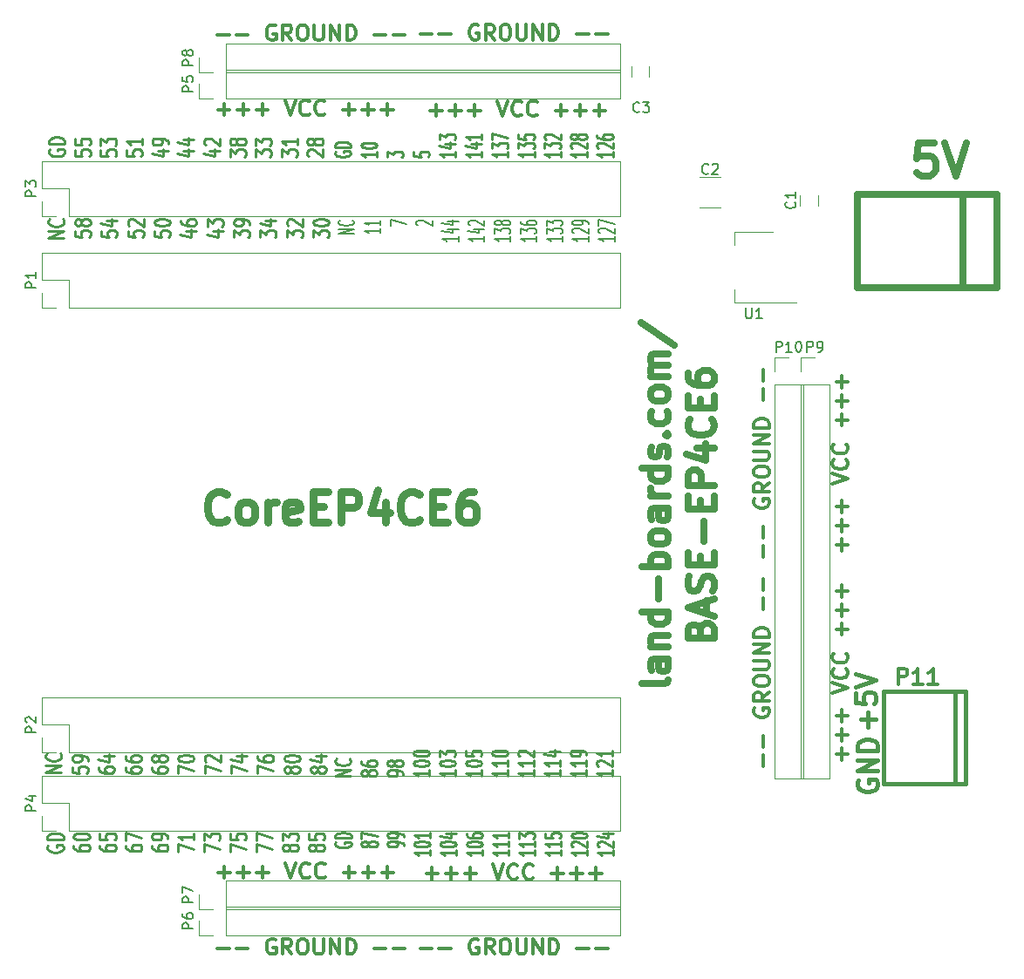
<source format=gbr>
G04 #@! TF.GenerationSoftware,KiCad,Pcbnew,(5.0.2)-1*
G04 #@! TF.CreationDate,2019-04-02T09:03:56-04:00*
G04 #@! TF.ProjectId,BASE-EP4CE6,42415345-2d45-4503-9443-45362e6b6963,X1*
G04 #@! TF.SameCoordinates,Original*
G04 #@! TF.FileFunction,Legend,Top*
G04 #@! TF.FilePolarity,Positive*
%FSLAX46Y46*%
G04 Gerber Fmt 4.6, Leading zero omitted, Abs format (unit mm)*
G04 Created by KiCad (PCBNEW (5.0.2)-1) date 4/2/2019 9:03:56 AM*
%MOMM*%
%LPD*%
G01*
G04 APERTURE LIST*
%ADD10C,0.381000*%
%ADD11C,0.750000*%
%ADD12C,0.300000*%
%ADD13C,0.635000*%
%ADD14C,0.222250*%
%ADD15C,0.203200*%
%ADD16C,0.285750*%
%ADD17C,0.254000*%
%ADD18C,0.120000*%
%ADD19C,0.650000*%
%ADD20C,0.150000*%
%ADD21C,0.304800*%
G04 APERTURE END LIST*
D10*
X94065271Y-80224085D02*
X94065271Y-78772657D01*
X94790985Y-79498371D02*
X93339557Y-79498371D01*
X92885985Y-76958371D02*
X92885985Y-77865514D01*
X93793128Y-77956228D01*
X93702414Y-77865514D01*
X93611700Y-77684085D01*
X93611700Y-77230514D01*
X93702414Y-77049085D01*
X93793128Y-76958371D01*
X93974557Y-76867657D01*
X94428128Y-76867657D01*
X94609557Y-76958371D01*
X94700271Y-77049085D01*
X94790985Y-77230514D01*
X94790985Y-77684085D01*
X94700271Y-77865514D01*
X94609557Y-77956228D01*
X92885985Y-76323371D02*
X94790985Y-75688371D01*
X92885985Y-75053371D01*
X93154500Y-85398428D02*
X93063785Y-85579857D01*
X93063785Y-85852000D01*
X93154500Y-86124142D01*
X93335928Y-86305571D01*
X93517357Y-86396285D01*
X93880214Y-86487000D01*
X94152357Y-86487000D01*
X94515214Y-86396285D01*
X94696642Y-86305571D01*
X94878071Y-86124142D01*
X94968785Y-85852000D01*
X94968785Y-85670571D01*
X94878071Y-85398428D01*
X94787357Y-85307714D01*
X94152357Y-85307714D01*
X94152357Y-85670571D01*
X94968785Y-84491285D02*
X93063785Y-84491285D01*
X94968785Y-83402714D01*
X93063785Y-83402714D01*
X94968785Y-82495571D02*
X93063785Y-82495571D01*
X93063785Y-82042000D01*
X93154500Y-81769857D01*
X93335928Y-81588428D01*
X93517357Y-81497714D01*
X93880214Y-81407000D01*
X94152357Y-81407000D01*
X94515214Y-81497714D01*
X94696642Y-81588428D01*
X94878071Y-81769857D01*
X94968785Y-82042000D01*
X94968785Y-82495571D01*
D11*
X31785714Y-60071428D02*
X31642857Y-60214285D01*
X31214285Y-60357142D01*
X30928571Y-60357142D01*
X30500000Y-60214285D01*
X30214285Y-59928571D01*
X30071428Y-59642857D01*
X29928571Y-59071428D01*
X29928571Y-58642857D01*
X30071428Y-58071428D01*
X30214285Y-57785714D01*
X30500000Y-57500000D01*
X30928571Y-57357142D01*
X31214285Y-57357142D01*
X31642857Y-57500000D01*
X31785714Y-57642857D01*
X33500000Y-60357142D02*
X33214285Y-60214285D01*
X33071428Y-60071428D01*
X32928571Y-59785714D01*
X32928571Y-58928571D01*
X33071428Y-58642857D01*
X33214285Y-58500000D01*
X33500000Y-58357142D01*
X33928571Y-58357142D01*
X34214285Y-58500000D01*
X34357142Y-58642857D01*
X34500000Y-58928571D01*
X34500000Y-59785714D01*
X34357142Y-60071428D01*
X34214285Y-60214285D01*
X33928571Y-60357142D01*
X33500000Y-60357142D01*
X35785714Y-60357142D02*
X35785714Y-58357142D01*
X35785714Y-58928571D02*
X35928571Y-58642857D01*
X36071428Y-58500000D01*
X36357142Y-58357142D01*
X36642857Y-58357142D01*
X38785714Y-60214285D02*
X38500000Y-60357142D01*
X37928571Y-60357142D01*
X37642857Y-60214285D01*
X37500000Y-59928571D01*
X37500000Y-58785714D01*
X37642857Y-58500000D01*
X37928571Y-58357142D01*
X38500000Y-58357142D01*
X38785714Y-58500000D01*
X38928571Y-58785714D01*
X38928571Y-59071428D01*
X37500000Y-59357142D01*
X40214285Y-58785714D02*
X41214285Y-58785714D01*
X41642857Y-60357142D02*
X40214285Y-60357142D01*
X40214285Y-57357142D01*
X41642857Y-57357142D01*
X42928571Y-60357142D02*
X42928571Y-57357142D01*
X44071428Y-57357142D01*
X44357142Y-57500000D01*
X44500000Y-57642857D01*
X44642857Y-57928571D01*
X44642857Y-58357142D01*
X44500000Y-58642857D01*
X44357142Y-58785714D01*
X44071428Y-58928571D01*
X42928571Y-58928571D01*
X47214285Y-58357142D02*
X47214285Y-60357142D01*
X46500000Y-57214285D02*
X45785714Y-59357142D01*
X47642857Y-59357142D01*
X50500000Y-60071428D02*
X50357142Y-60214285D01*
X49928571Y-60357142D01*
X49642857Y-60357142D01*
X49214285Y-60214285D01*
X48928571Y-59928571D01*
X48785714Y-59642857D01*
X48642857Y-59071428D01*
X48642857Y-58642857D01*
X48785714Y-58071428D01*
X48928571Y-57785714D01*
X49214285Y-57500000D01*
X49642857Y-57357142D01*
X49928571Y-57357142D01*
X50357142Y-57500000D01*
X50500000Y-57642857D01*
X51785714Y-58785714D02*
X52785714Y-58785714D01*
X53214285Y-60357142D02*
X51785714Y-60357142D01*
X51785714Y-57357142D01*
X53214285Y-57357142D01*
X55785714Y-57357142D02*
X55214285Y-57357142D01*
X54928571Y-57500000D01*
X54785714Y-57642857D01*
X54500000Y-58071428D01*
X54357142Y-58642857D01*
X54357142Y-59785714D01*
X54500000Y-60071428D01*
X54642857Y-60214285D01*
X54928571Y-60357142D01*
X55500000Y-60357142D01*
X55785714Y-60214285D01*
X55928571Y-60071428D01*
X56071428Y-59785714D01*
X56071428Y-59071428D01*
X55928571Y-58785714D01*
X55785714Y-58642857D01*
X55500000Y-58500000D01*
X54928571Y-58500000D01*
X54642857Y-58642857D01*
X54500000Y-58785714D01*
X54357142Y-59071428D01*
D12*
X51190000Y-94468142D02*
X52332857Y-94468142D01*
X51761428Y-95039571D02*
X51761428Y-93896714D01*
X53047142Y-94468142D02*
X54190000Y-94468142D01*
X53618571Y-95039571D02*
X53618571Y-93896714D01*
X54904285Y-94468142D02*
X56047142Y-94468142D01*
X55475714Y-95039571D02*
X55475714Y-93896714D01*
X57690000Y-93539571D02*
X58190000Y-95039571D01*
X58690000Y-93539571D01*
X60047142Y-94896714D02*
X59975714Y-94968142D01*
X59761428Y-95039571D01*
X59618571Y-95039571D01*
X59404285Y-94968142D01*
X59261428Y-94825285D01*
X59190000Y-94682428D01*
X59118571Y-94396714D01*
X59118571Y-94182428D01*
X59190000Y-93896714D01*
X59261428Y-93753857D01*
X59404285Y-93611000D01*
X59618571Y-93539571D01*
X59761428Y-93539571D01*
X59975714Y-93611000D01*
X60047142Y-93682428D01*
X61547142Y-94896714D02*
X61475714Y-94968142D01*
X61261428Y-95039571D01*
X61118571Y-95039571D01*
X60904285Y-94968142D01*
X60761428Y-94825285D01*
X60690000Y-94682428D01*
X60618571Y-94396714D01*
X60618571Y-94182428D01*
X60690000Y-93896714D01*
X60761428Y-93753857D01*
X60904285Y-93611000D01*
X61118571Y-93539571D01*
X61261428Y-93539571D01*
X61475714Y-93611000D01*
X61547142Y-93682428D01*
X63332857Y-94468142D02*
X64475714Y-94468142D01*
X63904285Y-95039571D02*
X63904285Y-93896714D01*
X65190000Y-94468142D02*
X66332857Y-94468142D01*
X65761428Y-95039571D02*
X65761428Y-93896714D01*
X67047142Y-94468142D02*
X68190000Y-94468142D01*
X67618571Y-95039571D02*
X67618571Y-93896714D01*
X30997000Y-94341142D02*
X32139857Y-94341142D01*
X31568428Y-94912571D02*
X31568428Y-93769714D01*
X32854142Y-94341142D02*
X33997000Y-94341142D01*
X33425571Y-94912571D02*
X33425571Y-93769714D01*
X34711285Y-94341142D02*
X35854142Y-94341142D01*
X35282714Y-94912571D02*
X35282714Y-93769714D01*
X37497000Y-93412571D02*
X37997000Y-94912571D01*
X38497000Y-93412571D01*
X39854142Y-94769714D02*
X39782714Y-94841142D01*
X39568428Y-94912571D01*
X39425571Y-94912571D01*
X39211285Y-94841142D01*
X39068428Y-94698285D01*
X38997000Y-94555428D01*
X38925571Y-94269714D01*
X38925571Y-94055428D01*
X38997000Y-93769714D01*
X39068428Y-93626857D01*
X39211285Y-93484000D01*
X39425571Y-93412571D01*
X39568428Y-93412571D01*
X39782714Y-93484000D01*
X39854142Y-93555428D01*
X41354142Y-94769714D02*
X41282714Y-94841142D01*
X41068428Y-94912571D01*
X40925571Y-94912571D01*
X40711285Y-94841142D01*
X40568428Y-94698285D01*
X40497000Y-94555428D01*
X40425571Y-94269714D01*
X40425571Y-94055428D01*
X40497000Y-93769714D01*
X40568428Y-93626857D01*
X40711285Y-93484000D01*
X40925571Y-93412571D01*
X41068428Y-93412571D01*
X41282714Y-93484000D01*
X41354142Y-93555428D01*
X43139857Y-94341142D02*
X44282714Y-94341142D01*
X43711285Y-94912571D02*
X43711285Y-93769714D01*
X44997000Y-94341142D02*
X46139857Y-94341142D01*
X45568428Y-94912571D02*
X45568428Y-93769714D01*
X46854142Y-94341142D02*
X47997000Y-94341142D01*
X47425571Y-94912571D02*
X47425571Y-93769714D01*
D13*
X100487238Y-23534309D02*
X98975333Y-23534309D01*
X98824142Y-25046214D01*
X98975333Y-24895023D01*
X99277714Y-24743833D01*
X100033666Y-24743833D01*
X100336047Y-24895023D01*
X100487238Y-25046214D01*
X100638428Y-25348595D01*
X100638428Y-26104547D01*
X100487238Y-26406928D01*
X100336047Y-26558119D01*
X100033666Y-26709309D01*
X99277714Y-26709309D01*
X98975333Y-26558119D01*
X98824142Y-26406928D01*
X101545571Y-23534309D02*
X102603904Y-26709309D01*
X103662238Y-23534309D01*
D14*
X42424350Y-91415129D02*
X42350569Y-91499795D01*
X42350569Y-91626795D01*
X42424350Y-91753795D01*
X42571911Y-91838462D01*
X42719473Y-91880795D01*
X43014597Y-91923129D01*
X43235940Y-91923129D01*
X43531064Y-91880795D01*
X43678626Y-91838462D01*
X43826188Y-91753795D01*
X43899969Y-91626795D01*
X43899969Y-91542129D01*
X43826188Y-91415129D01*
X43752407Y-91372795D01*
X43235940Y-91372795D01*
X43235940Y-91542129D01*
X43899969Y-90991795D02*
X42350569Y-90991795D01*
X42350569Y-90780129D01*
X42424350Y-90653129D01*
X42571911Y-90568462D01*
X42719473Y-90526129D01*
X43014597Y-90483795D01*
X43235940Y-90483795D01*
X43531064Y-90526129D01*
X43678626Y-90568462D01*
X43826188Y-90653129D01*
X43899969Y-90780129D01*
X43899969Y-90991795D01*
X45560947Y-91669129D02*
X45487166Y-91753795D01*
X45413385Y-91796129D01*
X45265823Y-91838462D01*
X45192042Y-91838462D01*
X45044480Y-91796129D01*
X44970700Y-91753795D01*
X44896919Y-91669129D01*
X44896919Y-91499795D01*
X44970700Y-91415129D01*
X45044480Y-91372795D01*
X45192042Y-91330462D01*
X45265823Y-91330462D01*
X45413385Y-91372795D01*
X45487166Y-91415129D01*
X45560947Y-91499795D01*
X45560947Y-91669129D01*
X45634728Y-91753795D01*
X45708509Y-91796129D01*
X45856071Y-91838462D01*
X46151195Y-91838462D01*
X46298757Y-91796129D01*
X46372538Y-91753795D01*
X46446319Y-91669129D01*
X46446319Y-91499795D01*
X46372538Y-91415129D01*
X46298757Y-91372795D01*
X46151195Y-91330462D01*
X45856071Y-91330462D01*
X45708509Y-91372795D01*
X45634728Y-91415129D01*
X45560947Y-91499795D01*
X44896919Y-91034129D02*
X44896919Y-90441462D01*
X46446319Y-90822462D01*
X48992669Y-91753795D02*
X48992669Y-91584462D01*
X48918888Y-91499795D01*
X48845107Y-91457462D01*
X48623764Y-91372795D01*
X48328640Y-91330462D01*
X47738392Y-91330462D01*
X47590830Y-91372795D01*
X47517050Y-91415129D01*
X47443269Y-91499795D01*
X47443269Y-91669129D01*
X47517050Y-91753795D01*
X47590830Y-91796129D01*
X47738392Y-91838462D01*
X48107297Y-91838462D01*
X48254859Y-91796129D01*
X48328640Y-91753795D01*
X48402421Y-91669129D01*
X48402421Y-91499795D01*
X48328640Y-91415129D01*
X48254859Y-91372795D01*
X48107297Y-91330462D01*
X48992669Y-90907129D02*
X48992669Y-90737795D01*
X48918888Y-90653129D01*
X48845107Y-90610795D01*
X48623764Y-90526129D01*
X48328640Y-90483795D01*
X47738392Y-90483795D01*
X47590830Y-90526129D01*
X47517050Y-90568462D01*
X47443269Y-90653129D01*
X47443269Y-90822462D01*
X47517050Y-90907129D01*
X47590830Y-90949462D01*
X47738392Y-90991795D01*
X48107297Y-90991795D01*
X48254859Y-90949462D01*
X48328640Y-90907129D01*
X48402421Y-90822462D01*
X48402421Y-90653129D01*
X48328640Y-90568462D01*
X48254859Y-90526129D01*
X48107297Y-90483795D01*
X51539019Y-92177129D02*
X51539019Y-92685129D01*
X51539019Y-92431129D02*
X49989619Y-92431129D01*
X50210961Y-92515795D01*
X50358523Y-92600462D01*
X50432304Y-92685129D01*
X49989619Y-91626795D02*
X49989619Y-91542129D01*
X50063400Y-91457462D01*
X50137180Y-91415129D01*
X50284742Y-91372795D01*
X50579866Y-91330462D01*
X50948771Y-91330462D01*
X51243895Y-91372795D01*
X51391457Y-91415129D01*
X51465238Y-91457462D01*
X51539019Y-91542129D01*
X51539019Y-91626795D01*
X51465238Y-91711462D01*
X51391457Y-91753795D01*
X51243895Y-91796129D01*
X50948771Y-91838462D01*
X50579866Y-91838462D01*
X50284742Y-91796129D01*
X50137180Y-91753795D01*
X50063400Y-91711462D01*
X49989619Y-91626795D01*
X51539019Y-90483795D02*
X51539019Y-90991795D01*
X51539019Y-90737795D02*
X49989619Y-90737795D01*
X50210961Y-90822462D01*
X50358523Y-90907129D01*
X50432304Y-90991795D01*
X54085369Y-92177129D02*
X54085369Y-92685129D01*
X54085369Y-92431129D02*
X52535969Y-92431129D01*
X52757311Y-92515795D01*
X52904873Y-92600462D01*
X52978654Y-92685129D01*
X52535969Y-91626795D02*
X52535969Y-91542129D01*
X52609750Y-91457462D01*
X52683530Y-91415129D01*
X52831092Y-91372795D01*
X53126216Y-91330462D01*
X53495121Y-91330462D01*
X53790245Y-91372795D01*
X53937807Y-91415129D01*
X54011588Y-91457462D01*
X54085369Y-91542129D01*
X54085369Y-91626795D01*
X54011588Y-91711462D01*
X53937807Y-91753795D01*
X53790245Y-91796129D01*
X53495121Y-91838462D01*
X53126216Y-91838462D01*
X52831092Y-91796129D01*
X52683530Y-91753795D01*
X52609750Y-91711462D01*
X52535969Y-91626795D01*
X53052435Y-90568462D02*
X54085369Y-90568462D01*
X52462188Y-90780129D02*
X53568902Y-90991795D01*
X53568902Y-90441462D01*
X56631719Y-92177129D02*
X56631719Y-92685129D01*
X56631719Y-92431129D02*
X55082319Y-92431129D01*
X55303661Y-92515795D01*
X55451223Y-92600462D01*
X55525004Y-92685129D01*
X55082319Y-91626795D02*
X55082319Y-91542129D01*
X55156100Y-91457462D01*
X55229880Y-91415129D01*
X55377442Y-91372795D01*
X55672566Y-91330462D01*
X56041471Y-91330462D01*
X56336595Y-91372795D01*
X56484157Y-91415129D01*
X56557938Y-91457462D01*
X56631719Y-91542129D01*
X56631719Y-91626795D01*
X56557938Y-91711462D01*
X56484157Y-91753795D01*
X56336595Y-91796129D01*
X56041471Y-91838462D01*
X55672566Y-91838462D01*
X55377442Y-91796129D01*
X55229880Y-91753795D01*
X55156100Y-91711462D01*
X55082319Y-91626795D01*
X55082319Y-90568462D02*
X55082319Y-90737795D01*
X55156100Y-90822462D01*
X55229880Y-90864795D01*
X55451223Y-90949462D01*
X55746347Y-90991795D01*
X56336595Y-90991795D01*
X56484157Y-90949462D01*
X56557938Y-90907129D01*
X56631719Y-90822462D01*
X56631719Y-90653129D01*
X56557938Y-90568462D01*
X56484157Y-90526129D01*
X56336595Y-90483795D01*
X55967690Y-90483795D01*
X55820128Y-90526129D01*
X55746347Y-90568462D01*
X55672566Y-90653129D01*
X55672566Y-90822462D01*
X55746347Y-90907129D01*
X55820128Y-90949462D01*
X55967690Y-90991795D01*
X59178069Y-92177129D02*
X59178069Y-92685129D01*
X59178069Y-92431129D02*
X57628669Y-92431129D01*
X57850011Y-92515795D01*
X57997573Y-92600462D01*
X58071354Y-92685129D01*
X59178069Y-91330462D02*
X59178069Y-91838462D01*
X59178069Y-91584462D02*
X57628669Y-91584462D01*
X57850011Y-91669129D01*
X57997573Y-91753795D01*
X58071354Y-91838462D01*
X59178069Y-90483795D02*
X59178069Y-90991795D01*
X59178069Y-90737795D02*
X57628669Y-90737795D01*
X57850011Y-90822462D01*
X57997573Y-90907129D01*
X58071354Y-90991795D01*
X61724419Y-92177129D02*
X61724419Y-92685129D01*
X61724419Y-92431129D02*
X60175019Y-92431129D01*
X60396361Y-92515795D01*
X60543923Y-92600462D01*
X60617704Y-92685129D01*
X61724419Y-91330462D02*
X61724419Y-91838462D01*
X61724419Y-91584462D02*
X60175019Y-91584462D01*
X60396361Y-91669129D01*
X60543923Y-91753795D01*
X60617704Y-91838462D01*
X60175019Y-91034129D02*
X60175019Y-90483795D01*
X60765266Y-90780129D01*
X60765266Y-90653129D01*
X60839047Y-90568462D01*
X60912828Y-90526129D01*
X61060390Y-90483795D01*
X61429295Y-90483795D01*
X61576857Y-90526129D01*
X61650638Y-90568462D01*
X61724419Y-90653129D01*
X61724419Y-90907129D01*
X61650638Y-90991795D01*
X61576857Y-91034129D01*
X64270769Y-92177129D02*
X64270769Y-92685129D01*
X64270769Y-92431129D02*
X62721369Y-92431129D01*
X62942711Y-92515795D01*
X63090273Y-92600462D01*
X63164054Y-92685129D01*
X64270769Y-91330462D02*
X64270769Y-91838462D01*
X64270769Y-91584462D02*
X62721369Y-91584462D01*
X62942711Y-91669129D01*
X63090273Y-91753795D01*
X63164054Y-91838462D01*
X62721369Y-90526129D02*
X62721369Y-90949462D01*
X63459178Y-90991795D01*
X63385397Y-90949462D01*
X63311616Y-90864795D01*
X63311616Y-90653129D01*
X63385397Y-90568462D01*
X63459178Y-90526129D01*
X63606740Y-90483795D01*
X63975645Y-90483795D01*
X64123207Y-90526129D01*
X64196988Y-90568462D01*
X64270769Y-90653129D01*
X64270769Y-90864795D01*
X64196988Y-90949462D01*
X64123207Y-90991795D01*
X66817119Y-92177129D02*
X66817119Y-92685129D01*
X66817119Y-92431129D02*
X65267719Y-92431129D01*
X65489061Y-92515795D01*
X65636623Y-92600462D01*
X65710404Y-92685129D01*
X65415280Y-91838462D02*
X65341500Y-91796129D01*
X65267719Y-91711462D01*
X65267719Y-91499795D01*
X65341500Y-91415129D01*
X65415280Y-91372795D01*
X65562842Y-91330462D01*
X65710404Y-91330462D01*
X65931747Y-91372795D01*
X66817119Y-91880795D01*
X66817119Y-91330462D01*
X65267719Y-90780129D02*
X65267719Y-90695462D01*
X65341500Y-90610795D01*
X65415280Y-90568462D01*
X65562842Y-90526129D01*
X65857966Y-90483795D01*
X66226871Y-90483795D01*
X66521995Y-90526129D01*
X66669557Y-90568462D01*
X66743338Y-90610795D01*
X66817119Y-90695462D01*
X66817119Y-90780129D01*
X66743338Y-90864795D01*
X66669557Y-90907129D01*
X66521995Y-90949462D01*
X66226871Y-90991795D01*
X65857966Y-90991795D01*
X65562842Y-90949462D01*
X65415280Y-90907129D01*
X65341500Y-90864795D01*
X65267719Y-90780129D01*
X69363469Y-92177129D02*
X69363469Y-92685129D01*
X69363469Y-92431129D02*
X67814069Y-92431129D01*
X68035411Y-92515795D01*
X68182973Y-92600462D01*
X68256754Y-92685129D01*
X67961630Y-91838462D02*
X67887850Y-91796129D01*
X67814069Y-91711462D01*
X67814069Y-91499795D01*
X67887850Y-91415129D01*
X67961630Y-91372795D01*
X68109192Y-91330462D01*
X68256754Y-91330462D01*
X68478097Y-91372795D01*
X69363469Y-91880795D01*
X69363469Y-91330462D01*
X68330535Y-90568462D02*
X69363469Y-90568462D01*
X67740288Y-90780129D02*
X68847002Y-90991795D01*
X68847002Y-90441462D01*
X14494510Y-91729605D02*
X14421091Y-91838462D01*
X14421091Y-92001748D01*
X14494510Y-92165033D01*
X14641346Y-92273891D01*
X14788182Y-92328319D01*
X15081854Y-92382748D01*
X15302109Y-92382748D01*
X15595781Y-92328319D01*
X15742617Y-92273891D01*
X15889453Y-92165033D01*
X15962871Y-92001748D01*
X15962871Y-91892891D01*
X15889453Y-91729605D01*
X15816035Y-91675176D01*
X15302109Y-91675176D01*
X15302109Y-91892891D01*
X15962871Y-91185319D02*
X14421091Y-91185319D01*
X14421091Y-90913176D01*
X14494510Y-90749891D01*
X14641346Y-90641033D01*
X14788182Y-90586605D01*
X15081854Y-90532176D01*
X15302109Y-90532176D01*
X15595781Y-90586605D01*
X15742617Y-90641033D01*
X15889453Y-90749891D01*
X15962871Y-90913176D01*
X15962871Y-91185319D01*
X16956011Y-91729605D02*
X16956011Y-91947319D01*
X17029430Y-92056176D01*
X17102848Y-92110605D01*
X17323102Y-92219462D01*
X17616774Y-92273891D01*
X18204119Y-92273891D01*
X18350955Y-92219462D01*
X18424373Y-92165033D01*
X18497791Y-92056176D01*
X18497791Y-91838462D01*
X18424373Y-91729605D01*
X18350955Y-91675176D01*
X18204119Y-91620748D01*
X17837029Y-91620748D01*
X17690192Y-91675176D01*
X17616774Y-91729605D01*
X17543356Y-91838462D01*
X17543356Y-92056176D01*
X17616774Y-92165033D01*
X17690192Y-92219462D01*
X17837029Y-92273891D01*
X16956011Y-90913176D02*
X16956011Y-90804319D01*
X17029430Y-90695462D01*
X17102848Y-90641033D01*
X17249684Y-90586605D01*
X17543356Y-90532176D01*
X17910447Y-90532176D01*
X18204119Y-90586605D01*
X18350955Y-90641033D01*
X18424373Y-90695462D01*
X18497791Y-90804319D01*
X18497791Y-90913176D01*
X18424373Y-91022033D01*
X18350955Y-91076462D01*
X18204119Y-91130891D01*
X17910447Y-91185319D01*
X17543356Y-91185319D01*
X17249684Y-91130891D01*
X17102848Y-91076462D01*
X17029430Y-91022033D01*
X16956011Y-90913176D01*
X19490931Y-91729605D02*
X19490931Y-91947319D01*
X19564350Y-92056176D01*
X19637768Y-92110605D01*
X19858022Y-92219462D01*
X20151694Y-92273891D01*
X20739039Y-92273891D01*
X20885875Y-92219462D01*
X20959293Y-92165033D01*
X21032711Y-92056176D01*
X21032711Y-91838462D01*
X20959293Y-91729605D01*
X20885875Y-91675176D01*
X20739039Y-91620748D01*
X20371949Y-91620748D01*
X20225112Y-91675176D01*
X20151694Y-91729605D01*
X20078276Y-91838462D01*
X20078276Y-92056176D01*
X20151694Y-92165033D01*
X20225112Y-92219462D01*
X20371949Y-92273891D01*
X19490931Y-90586605D02*
X19490931Y-91130891D01*
X20225112Y-91185319D01*
X20151694Y-91130891D01*
X20078276Y-91022033D01*
X20078276Y-90749891D01*
X20151694Y-90641033D01*
X20225112Y-90586605D01*
X20371949Y-90532176D01*
X20739039Y-90532176D01*
X20885875Y-90586605D01*
X20959293Y-90641033D01*
X21032711Y-90749891D01*
X21032711Y-91022033D01*
X20959293Y-91130891D01*
X20885875Y-91185319D01*
X22025851Y-91729605D02*
X22025851Y-91947319D01*
X22099270Y-92056176D01*
X22172688Y-92110605D01*
X22392942Y-92219462D01*
X22686614Y-92273891D01*
X23273959Y-92273891D01*
X23420795Y-92219462D01*
X23494213Y-92165033D01*
X23567631Y-92056176D01*
X23567631Y-91838462D01*
X23494213Y-91729605D01*
X23420795Y-91675176D01*
X23273959Y-91620748D01*
X22906869Y-91620748D01*
X22760032Y-91675176D01*
X22686614Y-91729605D01*
X22613196Y-91838462D01*
X22613196Y-92056176D01*
X22686614Y-92165033D01*
X22760032Y-92219462D01*
X22906869Y-92273891D01*
X22025851Y-91239748D02*
X22025851Y-90477748D01*
X23567631Y-90967605D01*
X24560771Y-91729605D02*
X24560771Y-91947319D01*
X24634190Y-92056176D01*
X24707608Y-92110605D01*
X24927862Y-92219462D01*
X25221534Y-92273891D01*
X25808879Y-92273891D01*
X25955715Y-92219462D01*
X26029133Y-92165033D01*
X26102551Y-92056176D01*
X26102551Y-91838462D01*
X26029133Y-91729605D01*
X25955715Y-91675176D01*
X25808879Y-91620748D01*
X25441789Y-91620748D01*
X25294952Y-91675176D01*
X25221534Y-91729605D01*
X25148116Y-91838462D01*
X25148116Y-92056176D01*
X25221534Y-92165033D01*
X25294952Y-92219462D01*
X25441789Y-92273891D01*
X26102551Y-91076462D02*
X26102551Y-90858748D01*
X26029133Y-90749891D01*
X25955715Y-90695462D01*
X25735461Y-90586605D01*
X25441789Y-90532176D01*
X24854444Y-90532176D01*
X24707608Y-90586605D01*
X24634190Y-90641033D01*
X24560771Y-90749891D01*
X24560771Y-90967605D01*
X24634190Y-91076462D01*
X24707608Y-91130891D01*
X24854444Y-91185319D01*
X25221534Y-91185319D01*
X25368370Y-91130891D01*
X25441789Y-91076462D01*
X25515207Y-90967605D01*
X25515207Y-90749891D01*
X25441789Y-90641033D01*
X25368370Y-90586605D01*
X25221534Y-90532176D01*
X27095691Y-92328319D02*
X27095691Y-91566319D01*
X28637471Y-92056176D01*
X28637471Y-90532176D02*
X28637471Y-91185319D01*
X28637471Y-90858748D02*
X27095691Y-90858748D01*
X27315946Y-90967605D01*
X27462782Y-91076462D01*
X27536200Y-91185319D01*
X29630611Y-92328319D02*
X29630611Y-91566319D01*
X31172391Y-92056176D01*
X29630611Y-91239748D02*
X29630611Y-90532176D01*
X30217956Y-90913176D01*
X30217956Y-90749891D01*
X30291374Y-90641033D01*
X30364792Y-90586605D01*
X30511629Y-90532176D01*
X30878719Y-90532176D01*
X31025555Y-90586605D01*
X31098973Y-90641033D01*
X31172391Y-90749891D01*
X31172391Y-91076462D01*
X31098973Y-91185319D01*
X31025555Y-91239748D01*
X32165531Y-92328319D02*
X32165531Y-91566319D01*
X33707311Y-92056176D01*
X32165531Y-90586605D02*
X32165531Y-91130891D01*
X32899712Y-91185319D01*
X32826294Y-91130891D01*
X32752876Y-91022033D01*
X32752876Y-90749891D01*
X32826294Y-90641033D01*
X32899712Y-90586605D01*
X33046549Y-90532176D01*
X33413639Y-90532176D01*
X33560475Y-90586605D01*
X33633893Y-90641033D01*
X33707311Y-90749891D01*
X33707311Y-91022033D01*
X33633893Y-91130891D01*
X33560475Y-91185319D01*
X34700451Y-92328319D02*
X34700451Y-91566319D01*
X36242231Y-92056176D01*
X34700451Y-91239748D02*
X34700451Y-90477748D01*
X36242231Y-90967605D01*
X37896134Y-92056176D02*
X37822716Y-92165033D01*
X37749298Y-92219462D01*
X37602462Y-92273891D01*
X37529044Y-92273891D01*
X37382208Y-92219462D01*
X37308790Y-92165033D01*
X37235371Y-92056176D01*
X37235371Y-91838462D01*
X37308790Y-91729605D01*
X37382208Y-91675176D01*
X37529044Y-91620748D01*
X37602462Y-91620748D01*
X37749298Y-91675176D01*
X37822716Y-91729605D01*
X37896134Y-91838462D01*
X37896134Y-92056176D01*
X37969552Y-92165033D01*
X38042970Y-92219462D01*
X38189807Y-92273891D01*
X38483479Y-92273891D01*
X38630315Y-92219462D01*
X38703733Y-92165033D01*
X38777151Y-92056176D01*
X38777151Y-91838462D01*
X38703733Y-91729605D01*
X38630315Y-91675176D01*
X38483479Y-91620748D01*
X38189807Y-91620748D01*
X38042970Y-91675176D01*
X37969552Y-91729605D01*
X37896134Y-91838462D01*
X37235371Y-91239748D02*
X37235371Y-90532176D01*
X37822716Y-90913176D01*
X37822716Y-90749891D01*
X37896134Y-90641033D01*
X37969552Y-90586605D01*
X38116389Y-90532176D01*
X38483479Y-90532176D01*
X38630315Y-90586605D01*
X38703733Y-90641033D01*
X38777151Y-90749891D01*
X38777151Y-91076462D01*
X38703733Y-91185319D01*
X38630315Y-91239748D01*
X40431054Y-92056176D02*
X40357636Y-92165033D01*
X40284218Y-92219462D01*
X40137382Y-92273891D01*
X40063964Y-92273891D01*
X39917128Y-92219462D01*
X39843710Y-92165033D01*
X39770291Y-92056176D01*
X39770291Y-91838462D01*
X39843710Y-91729605D01*
X39917128Y-91675176D01*
X40063964Y-91620748D01*
X40137382Y-91620748D01*
X40284218Y-91675176D01*
X40357636Y-91729605D01*
X40431054Y-91838462D01*
X40431054Y-92056176D01*
X40504472Y-92165033D01*
X40577890Y-92219462D01*
X40724727Y-92273891D01*
X41018399Y-92273891D01*
X41165235Y-92219462D01*
X41238653Y-92165033D01*
X41312071Y-92056176D01*
X41312071Y-91838462D01*
X41238653Y-91729605D01*
X41165235Y-91675176D01*
X41018399Y-91620748D01*
X40724727Y-91620748D01*
X40577890Y-91675176D01*
X40504472Y-91729605D01*
X40431054Y-91838462D01*
X39770291Y-90586605D02*
X39770291Y-91130891D01*
X40504472Y-91185319D01*
X40431054Y-91130891D01*
X40357636Y-91022033D01*
X40357636Y-90749891D01*
X40431054Y-90641033D01*
X40504472Y-90586605D01*
X40651309Y-90532176D01*
X41018399Y-90532176D01*
X41165235Y-90586605D01*
X41238653Y-90641033D01*
X41312071Y-90749891D01*
X41312071Y-91022033D01*
X41238653Y-91130891D01*
X41165235Y-91185319D01*
X42373550Y-24324204D02*
X42299769Y-24408870D01*
X42299769Y-24535870D01*
X42373550Y-24662870D01*
X42521111Y-24747537D01*
X42668673Y-24789870D01*
X42963797Y-24832204D01*
X43185140Y-24832204D01*
X43480264Y-24789870D01*
X43627826Y-24747537D01*
X43775388Y-24662870D01*
X43849169Y-24535870D01*
X43849169Y-24451204D01*
X43775388Y-24324204D01*
X43701607Y-24281870D01*
X43185140Y-24281870D01*
X43185140Y-24451204D01*
X43849169Y-23900870D02*
X42299769Y-23900870D01*
X42299769Y-23689204D01*
X42373550Y-23562204D01*
X42521111Y-23477537D01*
X42668673Y-23435204D01*
X42963797Y-23392870D01*
X43185140Y-23392870D01*
X43480264Y-23435204D01*
X43627826Y-23477537D01*
X43775388Y-23562204D01*
X43849169Y-23689204D01*
X43849169Y-23900870D01*
X46395519Y-24324204D02*
X46395519Y-24832204D01*
X46395519Y-24578204D02*
X44846119Y-24578204D01*
X45067461Y-24662870D01*
X45215023Y-24747537D01*
X45288804Y-24832204D01*
X44846119Y-23773870D02*
X44846119Y-23689204D01*
X44919900Y-23604537D01*
X44993680Y-23562204D01*
X45141242Y-23519870D01*
X45436366Y-23477537D01*
X45805271Y-23477537D01*
X46100395Y-23519870D01*
X46247957Y-23562204D01*
X46321738Y-23604537D01*
X46395519Y-23689204D01*
X46395519Y-23773870D01*
X46321738Y-23858537D01*
X46247957Y-23900870D01*
X46100395Y-23943204D01*
X45805271Y-23985537D01*
X45436366Y-23985537D01*
X45141242Y-23943204D01*
X44993680Y-23900870D01*
X44919900Y-23858537D01*
X44846119Y-23773870D01*
X47392469Y-24874537D02*
X47392469Y-24324204D01*
X47982716Y-24620537D01*
X47982716Y-24493537D01*
X48056497Y-24408870D01*
X48130278Y-24366537D01*
X48277840Y-24324204D01*
X48646745Y-24324204D01*
X48794307Y-24366537D01*
X48868088Y-24408870D01*
X48941869Y-24493537D01*
X48941869Y-24747537D01*
X48868088Y-24832204D01*
X48794307Y-24874537D01*
X49938819Y-24366537D02*
X49938819Y-24789870D01*
X50676628Y-24832204D01*
X50602847Y-24789870D01*
X50529066Y-24705204D01*
X50529066Y-24493537D01*
X50602847Y-24408870D01*
X50676628Y-24366537D01*
X50824190Y-24324204D01*
X51193095Y-24324204D01*
X51340657Y-24366537D01*
X51414438Y-24408870D01*
X51488219Y-24493537D01*
X51488219Y-24705204D01*
X51414438Y-24789870D01*
X51340657Y-24832204D01*
X54034569Y-24324204D02*
X54034569Y-24832204D01*
X54034569Y-24578204D02*
X52485169Y-24578204D01*
X52706511Y-24662870D01*
X52854073Y-24747537D01*
X52927854Y-24832204D01*
X53001635Y-23562204D02*
X54034569Y-23562204D01*
X52411388Y-23773870D02*
X53518102Y-23985537D01*
X53518102Y-23435204D01*
X52485169Y-23181204D02*
X52485169Y-22630870D01*
X53075416Y-22927204D01*
X53075416Y-22800204D01*
X53149197Y-22715537D01*
X53222978Y-22673204D01*
X53370540Y-22630870D01*
X53739445Y-22630870D01*
X53887007Y-22673204D01*
X53960788Y-22715537D01*
X54034569Y-22800204D01*
X54034569Y-23054204D01*
X53960788Y-23138870D01*
X53887007Y-23181204D01*
X56580919Y-24324204D02*
X56580919Y-24832204D01*
X56580919Y-24578204D02*
X55031519Y-24578204D01*
X55252861Y-24662870D01*
X55400423Y-24747537D01*
X55474204Y-24832204D01*
X55547985Y-23562204D02*
X56580919Y-23562204D01*
X54957738Y-23773870D02*
X56064452Y-23985537D01*
X56064452Y-23435204D01*
X56580919Y-22630870D02*
X56580919Y-23138870D01*
X56580919Y-22884870D02*
X55031519Y-22884870D01*
X55252861Y-22969537D01*
X55400423Y-23054204D01*
X55474204Y-23138870D01*
X59127269Y-24324204D02*
X59127269Y-24832204D01*
X59127269Y-24578204D02*
X57577869Y-24578204D01*
X57799211Y-24662870D01*
X57946773Y-24747537D01*
X58020554Y-24832204D01*
X57577869Y-24027870D02*
X57577869Y-23477537D01*
X58168116Y-23773870D01*
X58168116Y-23646870D01*
X58241897Y-23562204D01*
X58315678Y-23519870D01*
X58463240Y-23477537D01*
X58832145Y-23477537D01*
X58979707Y-23519870D01*
X59053488Y-23562204D01*
X59127269Y-23646870D01*
X59127269Y-23900870D01*
X59053488Y-23985537D01*
X58979707Y-24027870D01*
X57577869Y-23181204D02*
X57577869Y-22588537D01*
X59127269Y-22969537D01*
X61673619Y-24324204D02*
X61673619Y-24832204D01*
X61673619Y-24578204D02*
X60124219Y-24578204D01*
X60345561Y-24662870D01*
X60493123Y-24747537D01*
X60566904Y-24832204D01*
X60124219Y-24027870D02*
X60124219Y-23477537D01*
X60714466Y-23773870D01*
X60714466Y-23646870D01*
X60788247Y-23562204D01*
X60862028Y-23519870D01*
X61009590Y-23477537D01*
X61378495Y-23477537D01*
X61526057Y-23519870D01*
X61599838Y-23562204D01*
X61673619Y-23646870D01*
X61673619Y-23900870D01*
X61599838Y-23985537D01*
X61526057Y-24027870D01*
X60124219Y-22673204D02*
X60124219Y-23096537D01*
X60862028Y-23138870D01*
X60788247Y-23096537D01*
X60714466Y-23011870D01*
X60714466Y-22800204D01*
X60788247Y-22715537D01*
X60862028Y-22673204D01*
X61009590Y-22630870D01*
X61378495Y-22630870D01*
X61526057Y-22673204D01*
X61599838Y-22715537D01*
X61673619Y-22800204D01*
X61673619Y-23011870D01*
X61599838Y-23096537D01*
X61526057Y-23138870D01*
X64219969Y-24324204D02*
X64219969Y-24832204D01*
X64219969Y-24578204D02*
X62670569Y-24578204D01*
X62891911Y-24662870D01*
X63039473Y-24747537D01*
X63113254Y-24832204D01*
X62670569Y-24027870D02*
X62670569Y-23477537D01*
X63260816Y-23773870D01*
X63260816Y-23646870D01*
X63334597Y-23562204D01*
X63408378Y-23519870D01*
X63555940Y-23477537D01*
X63924845Y-23477537D01*
X64072407Y-23519870D01*
X64146188Y-23562204D01*
X64219969Y-23646870D01*
X64219969Y-23900870D01*
X64146188Y-23985537D01*
X64072407Y-24027870D01*
X62818130Y-23138870D02*
X62744350Y-23096537D01*
X62670569Y-23011870D01*
X62670569Y-22800204D01*
X62744350Y-22715537D01*
X62818130Y-22673204D01*
X62965692Y-22630870D01*
X63113254Y-22630870D01*
X63334597Y-22673204D01*
X64219969Y-23181204D01*
X64219969Y-22630870D01*
X66766319Y-24324204D02*
X66766319Y-24832204D01*
X66766319Y-24578204D02*
X65216919Y-24578204D01*
X65438261Y-24662870D01*
X65585823Y-24747537D01*
X65659604Y-24832204D01*
X65364480Y-23985537D02*
X65290700Y-23943204D01*
X65216919Y-23858537D01*
X65216919Y-23646870D01*
X65290700Y-23562204D01*
X65364480Y-23519870D01*
X65512042Y-23477537D01*
X65659604Y-23477537D01*
X65880947Y-23519870D01*
X66766319Y-24027870D01*
X66766319Y-23477537D01*
X65880947Y-22969537D02*
X65807166Y-23054204D01*
X65733385Y-23096537D01*
X65585823Y-23138870D01*
X65512042Y-23138870D01*
X65364480Y-23096537D01*
X65290700Y-23054204D01*
X65216919Y-22969537D01*
X65216919Y-22800204D01*
X65290700Y-22715537D01*
X65364480Y-22673204D01*
X65512042Y-22630870D01*
X65585823Y-22630870D01*
X65733385Y-22673204D01*
X65807166Y-22715537D01*
X65880947Y-22800204D01*
X65880947Y-22969537D01*
X65954728Y-23054204D01*
X66028509Y-23096537D01*
X66176071Y-23138870D01*
X66471195Y-23138870D01*
X66618757Y-23096537D01*
X66692538Y-23054204D01*
X66766319Y-22969537D01*
X66766319Y-22800204D01*
X66692538Y-22715537D01*
X66618757Y-22673204D01*
X66471195Y-22630870D01*
X66176071Y-22630870D01*
X66028509Y-22673204D01*
X65954728Y-22715537D01*
X65880947Y-22800204D01*
X69312669Y-24324204D02*
X69312669Y-24832204D01*
X69312669Y-24578204D02*
X67763269Y-24578204D01*
X67984611Y-24662870D01*
X68132173Y-24747537D01*
X68205954Y-24832204D01*
X67910830Y-23985537D02*
X67837050Y-23943204D01*
X67763269Y-23858537D01*
X67763269Y-23646870D01*
X67837050Y-23562204D01*
X67910830Y-23519870D01*
X68058392Y-23477537D01*
X68205954Y-23477537D01*
X68427297Y-23519870D01*
X69312669Y-24027870D01*
X69312669Y-23477537D01*
X67763269Y-22715537D02*
X67763269Y-22884870D01*
X67837050Y-22969537D01*
X67910830Y-23011870D01*
X68132173Y-23096537D01*
X68427297Y-23138870D01*
X69017545Y-23138870D01*
X69165107Y-23096537D01*
X69238888Y-23054204D01*
X69312669Y-22969537D01*
X69312669Y-22800204D01*
X69238888Y-22715537D01*
X69165107Y-22673204D01*
X69017545Y-22630870D01*
X68648640Y-22630870D01*
X68501078Y-22673204D01*
X68427297Y-22715537D01*
X68353516Y-22800204D01*
X68353516Y-22969537D01*
X68427297Y-23054204D01*
X68501078Y-23096537D01*
X68648640Y-23138870D01*
D15*
X44198419Y-32336860D02*
X42649019Y-32336860D01*
X44198419Y-31872403D01*
X42649019Y-31872403D01*
X44050857Y-31020899D02*
X44124638Y-31059603D01*
X44198419Y-31175718D01*
X44198419Y-31253127D01*
X44124638Y-31369241D01*
X43977076Y-31446651D01*
X43829514Y-31485356D01*
X43534390Y-31524060D01*
X43313047Y-31524060D01*
X43017923Y-31485356D01*
X42870361Y-31446651D01*
X42722800Y-31369241D01*
X42649019Y-31253127D01*
X42649019Y-31175718D01*
X42722800Y-31059603D01*
X42796580Y-31020899D01*
X46725719Y-31794994D02*
X46725719Y-32259451D01*
X46725719Y-32027222D02*
X45176319Y-32027222D01*
X45397661Y-32104632D01*
X45545223Y-32182041D01*
X45619004Y-32259451D01*
X46725719Y-31020899D02*
X46725719Y-31485356D01*
X46725719Y-31253127D02*
X45176319Y-31253127D01*
X45397661Y-31330537D01*
X45545223Y-31407946D01*
X45619004Y-31485356D01*
X47703619Y-31524060D02*
X47703619Y-30982194D01*
X49253019Y-31330537D01*
X50378480Y-31485356D02*
X50304700Y-31446651D01*
X50230919Y-31369241D01*
X50230919Y-31175718D01*
X50304700Y-31098308D01*
X50378480Y-31059603D01*
X50526042Y-31020899D01*
X50673604Y-31020899D01*
X50894947Y-31059603D01*
X51780319Y-31524060D01*
X51780319Y-31020899D01*
X54307619Y-32569089D02*
X54307619Y-33033546D01*
X54307619Y-32801318D02*
X52758219Y-32801318D01*
X52979561Y-32878727D01*
X53127123Y-32956137D01*
X53200904Y-33033546D01*
X53274685Y-31872403D02*
X54307619Y-31872403D01*
X52684438Y-32065927D02*
X53791152Y-32259451D01*
X53791152Y-31756289D01*
X53274685Y-31098308D02*
X54307619Y-31098308D01*
X52684438Y-31291832D02*
X53791152Y-31485356D01*
X53791152Y-30982194D01*
X56834919Y-32569089D02*
X56834919Y-33033546D01*
X56834919Y-32801318D02*
X55285519Y-32801318D01*
X55506861Y-32878727D01*
X55654423Y-32956137D01*
X55728204Y-33033546D01*
X55801985Y-31872403D02*
X56834919Y-31872403D01*
X55211738Y-32065927D02*
X56318452Y-32259451D01*
X56318452Y-31756289D01*
X55433080Y-31485356D02*
X55359300Y-31446651D01*
X55285519Y-31369241D01*
X55285519Y-31175718D01*
X55359300Y-31098308D01*
X55433080Y-31059603D01*
X55580642Y-31020899D01*
X55728204Y-31020899D01*
X55949547Y-31059603D01*
X56834919Y-31524060D01*
X56834919Y-31020899D01*
X59362219Y-32569089D02*
X59362219Y-33033546D01*
X59362219Y-32801318D02*
X57812819Y-32801318D01*
X58034161Y-32878727D01*
X58181723Y-32956137D01*
X58255504Y-33033546D01*
X57812819Y-32298156D02*
X57812819Y-31794994D01*
X58403066Y-32065927D01*
X58403066Y-31949813D01*
X58476847Y-31872403D01*
X58550628Y-31833699D01*
X58698190Y-31794994D01*
X59067095Y-31794994D01*
X59214657Y-31833699D01*
X59288438Y-31872403D01*
X59362219Y-31949813D01*
X59362219Y-32182041D01*
X59288438Y-32259451D01*
X59214657Y-32298156D01*
X58476847Y-31330537D02*
X58403066Y-31407946D01*
X58329285Y-31446651D01*
X58181723Y-31485356D01*
X58107942Y-31485356D01*
X57960380Y-31446651D01*
X57886600Y-31407946D01*
X57812819Y-31330537D01*
X57812819Y-31175718D01*
X57886600Y-31098308D01*
X57960380Y-31059603D01*
X58107942Y-31020899D01*
X58181723Y-31020899D01*
X58329285Y-31059603D01*
X58403066Y-31098308D01*
X58476847Y-31175718D01*
X58476847Y-31330537D01*
X58550628Y-31407946D01*
X58624409Y-31446651D01*
X58771971Y-31485356D01*
X59067095Y-31485356D01*
X59214657Y-31446651D01*
X59288438Y-31407946D01*
X59362219Y-31330537D01*
X59362219Y-31175718D01*
X59288438Y-31098308D01*
X59214657Y-31059603D01*
X59067095Y-31020899D01*
X58771971Y-31020899D01*
X58624409Y-31059603D01*
X58550628Y-31098308D01*
X58476847Y-31175718D01*
X61889519Y-32569089D02*
X61889519Y-33033546D01*
X61889519Y-32801318D02*
X60340119Y-32801318D01*
X60561461Y-32878727D01*
X60709023Y-32956137D01*
X60782804Y-33033546D01*
X60340119Y-32298156D02*
X60340119Y-31794994D01*
X60930366Y-32065927D01*
X60930366Y-31949813D01*
X61004147Y-31872403D01*
X61077928Y-31833699D01*
X61225490Y-31794994D01*
X61594395Y-31794994D01*
X61741957Y-31833699D01*
X61815738Y-31872403D01*
X61889519Y-31949813D01*
X61889519Y-32182041D01*
X61815738Y-32259451D01*
X61741957Y-32298156D01*
X60340119Y-31098308D02*
X60340119Y-31253127D01*
X60413900Y-31330537D01*
X60487680Y-31369241D01*
X60709023Y-31446651D01*
X61004147Y-31485356D01*
X61594395Y-31485356D01*
X61741957Y-31446651D01*
X61815738Y-31407946D01*
X61889519Y-31330537D01*
X61889519Y-31175718D01*
X61815738Y-31098308D01*
X61741957Y-31059603D01*
X61594395Y-31020899D01*
X61225490Y-31020899D01*
X61077928Y-31059603D01*
X61004147Y-31098308D01*
X60930366Y-31175718D01*
X60930366Y-31330537D01*
X61004147Y-31407946D01*
X61077928Y-31446651D01*
X61225490Y-31485356D01*
X64416819Y-32569089D02*
X64416819Y-33033546D01*
X64416819Y-32801318D02*
X62867419Y-32801318D01*
X63088761Y-32878727D01*
X63236323Y-32956137D01*
X63310104Y-33033546D01*
X62867419Y-32298156D02*
X62867419Y-31794994D01*
X63457666Y-32065927D01*
X63457666Y-31949813D01*
X63531447Y-31872403D01*
X63605228Y-31833699D01*
X63752790Y-31794994D01*
X64121695Y-31794994D01*
X64269257Y-31833699D01*
X64343038Y-31872403D01*
X64416819Y-31949813D01*
X64416819Y-32182041D01*
X64343038Y-32259451D01*
X64269257Y-32298156D01*
X62867419Y-31524060D02*
X62867419Y-31020899D01*
X63457666Y-31291832D01*
X63457666Y-31175718D01*
X63531447Y-31098308D01*
X63605228Y-31059603D01*
X63752790Y-31020899D01*
X64121695Y-31020899D01*
X64269257Y-31059603D01*
X64343038Y-31098308D01*
X64416819Y-31175718D01*
X64416819Y-31407946D01*
X64343038Y-31485356D01*
X64269257Y-31524060D01*
X66944119Y-32569089D02*
X66944119Y-33033546D01*
X66944119Y-32801318D02*
X65394719Y-32801318D01*
X65616061Y-32878727D01*
X65763623Y-32956137D01*
X65837404Y-33033546D01*
X65542280Y-32259451D02*
X65468500Y-32220746D01*
X65394719Y-32143337D01*
X65394719Y-31949813D01*
X65468500Y-31872403D01*
X65542280Y-31833699D01*
X65689842Y-31794994D01*
X65837404Y-31794994D01*
X66058747Y-31833699D01*
X66944119Y-32298156D01*
X66944119Y-31794994D01*
X66944119Y-31407946D02*
X66944119Y-31253127D01*
X66870338Y-31175718D01*
X66796557Y-31137013D01*
X66575214Y-31059603D01*
X66280090Y-31020899D01*
X65689842Y-31020899D01*
X65542280Y-31059603D01*
X65468500Y-31098308D01*
X65394719Y-31175718D01*
X65394719Y-31330537D01*
X65468500Y-31407946D01*
X65542280Y-31446651D01*
X65689842Y-31485356D01*
X66058747Y-31485356D01*
X66206309Y-31446651D01*
X66280090Y-31407946D01*
X66353871Y-31330537D01*
X66353871Y-31175718D01*
X66280090Y-31098308D01*
X66206309Y-31059603D01*
X66058747Y-31020899D01*
X69471419Y-32569089D02*
X69471419Y-33033546D01*
X69471419Y-32801318D02*
X67922019Y-32801318D01*
X68143361Y-32878727D01*
X68290923Y-32956137D01*
X68364704Y-33033546D01*
X68069580Y-32259451D02*
X67995800Y-32220746D01*
X67922019Y-32143337D01*
X67922019Y-31949813D01*
X67995800Y-31872403D01*
X68069580Y-31833699D01*
X68217142Y-31794994D01*
X68364704Y-31794994D01*
X68586047Y-31833699D01*
X69471419Y-32298156D01*
X69471419Y-31794994D01*
X67922019Y-31524060D02*
X67922019Y-30982194D01*
X69471419Y-31330537D01*
D16*
X16024678Y-32734023D02*
X14500678Y-32734023D01*
X16024678Y-32080880D01*
X14500678Y-32080880D01*
X15879535Y-30883451D02*
X15952107Y-30937880D01*
X16024678Y-31101166D01*
X16024678Y-31210023D01*
X15952107Y-31373308D01*
X15806964Y-31482166D01*
X15661821Y-31536594D01*
X15371535Y-31591023D01*
X15153821Y-31591023D01*
X14863535Y-31536594D01*
X14718392Y-31482166D01*
X14573250Y-31373308D01*
X14500678Y-31210023D01*
X14500678Y-31101166D01*
X14573250Y-30937880D01*
X14645821Y-30883451D01*
X17072428Y-32026451D02*
X17072428Y-32570737D01*
X17798142Y-32625166D01*
X17725571Y-32570737D01*
X17653000Y-32461880D01*
X17653000Y-32189737D01*
X17725571Y-32080880D01*
X17798142Y-32026451D01*
X17943285Y-31972023D01*
X18306142Y-31972023D01*
X18451285Y-32026451D01*
X18523857Y-32080880D01*
X18596428Y-32189737D01*
X18596428Y-32461880D01*
X18523857Y-32570737D01*
X18451285Y-32625166D01*
X17725571Y-31318880D02*
X17653000Y-31427737D01*
X17580428Y-31482166D01*
X17435285Y-31536594D01*
X17362714Y-31536594D01*
X17217571Y-31482166D01*
X17145000Y-31427737D01*
X17072428Y-31318880D01*
X17072428Y-31101166D01*
X17145000Y-30992308D01*
X17217571Y-30937880D01*
X17362714Y-30883451D01*
X17435285Y-30883451D01*
X17580428Y-30937880D01*
X17653000Y-30992308D01*
X17725571Y-31101166D01*
X17725571Y-31318880D01*
X17798142Y-31427737D01*
X17870714Y-31482166D01*
X18015857Y-31536594D01*
X18306142Y-31536594D01*
X18451285Y-31482166D01*
X18523857Y-31427737D01*
X18596428Y-31318880D01*
X18596428Y-31101166D01*
X18523857Y-30992308D01*
X18451285Y-30937880D01*
X18306142Y-30883451D01*
X18015857Y-30883451D01*
X17870714Y-30937880D01*
X17798142Y-30992308D01*
X17725571Y-31101166D01*
X19644178Y-32026451D02*
X19644178Y-32570737D01*
X20369892Y-32625166D01*
X20297321Y-32570737D01*
X20224750Y-32461880D01*
X20224750Y-32189737D01*
X20297321Y-32080880D01*
X20369892Y-32026451D01*
X20515035Y-31972023D01*
X20877892Y-31972023D01*
X21023035Y-32026451D01*
X21095607Y-32080880D01*
X21168178Y-32189737D01*
X21168178Y-32461880D01*
X21095607Y-32570737D01*
X21023035Y-32625166D01*
X20152178Y-30992308D02*
X21168178Y-30992308D01*
X19571607Y-31264451D02*
X20660178Y-31536594D01*
X20660178Y-30829023D01*
X22215928Y-32026451D02*
X22215928Y-32570737D01*
X22941642Y-32625166D01*
X22869071Y-32570737D01*
X22796500Y-32461880D01*
X22796500Y-32189737D01*
X22869071Y-32080880D01*
X22941642Y-32026451D01*
X23086785Y-31972023D01*
X23449642Y-31972023D01*
X23594785Y-32026451D01*
X23667357Y-32080880D01*
X23739928Y-32189737D01*
X23739928Y-32461880D01*
X23667357Y-32570737D01*
X23594785Y-32625166D01*
X22361071Y-31536594D02*
X22288500Y-31482166D01*
X22215928Y-31373308D01*
X22215928Y-31101166D01*
X22288500Y-30992308D01*
X22361071Y-30937880D01*
X22506214Y-30883451D01*
X22651357Y-30883451D01*
X22869071Y-30937880D01*
X23739928Y-31591023D01*
X23739928Y-30883451D01*
X24787678Y-32026451D02*
X24787678Y-32570737D01*
X25513392Y-32625166D01*
X25440821Y-32570737D01*
X25368250Y-32461880D01*
X25368250Y-32189737D01*
X25440821Y-32080880D01*
X25513392Y-32026451D01*
X25658535Y-31972023D01*
X26021392Y-31972023D01*
X26166535Y-32026451D01*
X26239107Y-32080880D01*
X26311678Y-32189737D01*
X26311678Y-32461880D01*
X26239107Y-32570737D01*
X26166535Y-32625166D01*
X24787678Y-31264451D02*
X24787678Y-31155594D01*
X24860250Y-31046737D01*
X24932821Y-30992308D01*
X25077964Y-30937880D01*
X25368250Y-30883451D01*
X25731107Y-30883451D01*
X26021392Y-30937880D01*
X26166535Y-30992308D01*
X26239107Y-31046737D01*
X26311678Y-31155594D01*
X26311678Y-31264451D01*
X26239107Y-31373308D01*
X26166535Y-31427737D01*
X26021392Y-31482166D01*
X25731107Y-31536594D01*
X25368250Y-31536594D01*
X25077964Y-31482166D01*
X24932821Y-31427737D01*
X24860250Y-31373308D01*
X24787678Y-31264451D01*
X27867428Y-32080880D02*
X28883428Y-32080880D01*
X27286857Y-32353023D02*
X28375428Y-32625166D01*
X28375428Y-31917594D01*
X27359428Y-30992308D02*
X27359428Y-31210023D01*
X27432000Y-31318880D01*
X27504571Y-31373308D01*
X27722285Y-31482166D01*
X28012571Y-31536594D01*
X28593142Y-31536594D01*
X28738285Y-31482166D01*
X28810857Y-31427737D01*
X28883428Y-31318880D01*
X28883428Y-31101166D01*
X28810857Y-30992308D01*
X28738285Y-30937880D01*
X28593142Y-30883451D01*
X28230285Y-30883451D01*
X28085142Y-30937880D01*
X28012571Y-30992308D01*
X27940000Y-31101166D01*
X27940000Y-31318880D01*
X28012571Y-31427737D01*
X28085142Y-31482166D01*
X28230285Y-31536594D01*
X30439178Y-32080880D02*
X31455178Y-32080880D01*
X29858607Y-32353023D02*
X30947178Y-32625166D01*
X30947178Y-31917594D01*
X29931178Y-31591023D02*
X29931178Y-30883451D01*
X30511750Y-31264451D01*
X30511750Y-31101166D01*
X30584321Y-30992308D01*
X30656892Y-30937880D01*
X30802035Y-30883451D01*
X31164892Y-30883451D01*
X31310035Y-30937880D01*
X31382607Y-30992308D01*
X31455178Y-31101166D01*
X31455178Y-31427737D01*
X31382607Y-31536594D01*
X31310035Y-31591023D01*
X32502928Y-32679594D02*
X32502928Y-31972023D01*
X33083500Y-32353023D01*
X33083500Y-32189737D01*
X33156071Y-32080880D01*
X33228642Y-32026451D01*
X33373785Y-31972023D01*
X33736642Y-31972023D01*
X33881785Y-32026451D01*
X33954357Y-32080880D01*
X34026928Y-32189737D01*
X34026928Y-32516308D01*
X33954357Y-32625166D01*
X33881785Y-32679594D01*
X34026928Y-31427737D02*
X34026928Y-31210023D01*
X33954357Y-31101166D01*
X33881785Y-31046737D01*
X33664071Y-30937880D01*
X33373785Y-30883451D01*
X32793214Y-30883451D01*
X32648071Y-30937880D01*
X32575500Y-30992308D01*
X32502928Y-31101166D01*
X32502928Y-31318880D01*
X32575500Y-31427737D01*
X32648071Y-31482166D01*
X32793214Y-31536594D01*
X33156071Y-31536594D01*
X33301214Y-31482166D01*
X33373785Y-31427737D01*
X33446357Y-31318880D01*
X33446357Y-31101166D01*
X33373785Y-30992308D01*
X33301214Y-30937880D01*
X33156071Y-30883451D01*
X35074678Y-32679594D02*
X35074678Y-31972023D01*
X35655250Y-32353023D01*
X35655250Y-32189737D01*
X35727821Y-32080880D01*
X35800392Y-32026451D01*
X35945535Y-31972023D01*
X36308392Y-31972023D01*
X36453535Y-32026451D01*
X36526107Y-32080880D01*
X36598678Y-32189737D01*
X36598678Y-32516308D01*
X36526107Y-32625166D01*
X36453535Y-32679594D01*
X35582678Y-30992308D02*
X36598678Y-30992308D01*
X35002107Y-31264451D02*
X36090678Y-31536594D01*
X36090678Y-30829023D01*
X37646428Y-32679594D02*
X37646428Y-31972023D01*
X38227000Y-32353023D01*
X38227000Y-32189737D01*
X38299571Y-32080880D01*
X38372142Y-32026451D01*
X38517285Y-31972023D01*
X38880142Y-31972023D01*
X39025285Y-32026451D01*
X39097857Y-32080880D01*
X39170428Y-32189737D01*
X39170428Y-32516308D01*
X39097857Y-32625166D01*
X39025285Y-32679594D01*
X37791571Y-31536594D02*
X37719000Y-31482166D01*
X37646428Y-31373308D01*
X37646428Y-31101166D01*
X37719000Y-30992308D01*
X37791571Y-30937880D01*
X37936714Y-30883451D01*
X38081857Y-30883451D01*
X38299571Y-30937880D01*
X39170428Y-31591023D01*
X39170428Y-30883451D01*
X40218178Y-32679594D02*
X40218178Y-31972023D01*
X40798750Y-32353023D01*
X40798750Y-32189737D01*
X40871321Y-32080880D01*
X40943892Y-32026451D01*
X41089035Y-31972023D01*
X41451892Y-31972023D01*
X41597035Y-32026451D01*
X41669607Y-32080880D01*
X41742178Y-32189737D01*
X41742178Y-32516308D01*
X41669607Y-32625166D01*
X41597035Y-32679594D01*
X40218178Y-31264451D02*
X40218178Y-31155594D01*
X40290750Y-31046737D01*
X40363321Y-30992308D01*
X40508464Y-30937880D01*
X40798750Y-30883451D01*
X41161607Y-30883451D01*
X41451892Y-30937880D01*
X41597035Y-30992308D01*
X41669607Y-31046737D01*
X41742178Y-31155594D01*
X41742178Y-31264451D01*
X41669607Y-31373308D01*
X41597035Y-31427737D01*
X41451892Y-31482166D01*
X41161607Y-31536594D01*
X40798750Y-31536594D01*
X40508464Y-31482166D01*
X40363321Y-31427737D01*
X40290750Y-31373308D01*
X40218178Y-31264451D01*
D17*
X43869428Y-84936995D02*
X42345428Y-84936995D01*
X43869428Y-84356423D01*
X42345428Y-84356423D01*
X43724285Y-83292042D02*
X43796857Y-83340423D01*
X43869428Y-83485566D01*
X43869428Y-83582328D01*
X43796857Y-83727471D01*
X43651714Y-83824233D01*
X43506571Y-83872614D01*
X43216285Y-83920995D01*
X42998571Y-83920995D01*
X42708285Y-83872614D01*
X42563142Y-83824233D01*
X42418000Y-83727471D01*
X42345428Y-83582328D01*
X42345428Y-83485566D01*
X42418000Y-83340423D01*
X42490571Y-83292042D01*
X45538571Y-84791852D02*
X45466000Y-84888614D01*
X45393428Y-84936995D01*
X45248285Y-84985376D01*
X45175714Y-84985376D01*
X45030571Y-84936995D01*
X44958000Y-84888614D01*
X44885428Y-84791852D01*
X44885428Y-84598328D01*
X44958000Y-84501566D01*
X45030571Y-84453185D01*
X45175714Y-84404804D01*
X45248285Y-84404804D01*
X45393428Y-84453185D01*
X45466000Y-84501566D01*
X45538571Y-84598328D01*
X45538571Y-84791852D01*
X45611142Y-84888614D01*
X45683714Y-84936995D01*
X45828857Y-84985376D01*
X46119142Y-84985376D01*
X46264285Y-84936995D01*
X46336857Y-84888614D01*
X46409428Y-84791852D01*
X46409428Y-84598328D01*
X46336857Y-84501566D01*
X46264285Y-84453185D01*
X46119142Y-84404804D01*
X45828857Y-84404804D01*
X45683714Y-84453185D01*
X45611142Y-84501566D01*
X45538571Y-84598328D01*
X44885428Y-83533947D02*
X44885428Y-83727471D01*
X44958000Y-83824233D01*
X45030571Y-83872614D01*
X45248285Y-83969376D01*
X45538571Y-84017757D01*
X46119142Y-84017757D01*
X46264285Y-83969376D01*
X46336857Y-83920995D01*
X46409428Y-83824233D01*
X46409428Y-83630709D01*
X46336857Y-83533947D01*
X46264285Y-83485566D01*
X46119142Y-83437185D01*
X45756285Y-83437185D01*
X45611142Y-83485566D01*
X45538571Y-83533947D01*
X45466000Y-83630709D01*
X45466000Y-83824233D01*
X45538571Y-83920995D01*
X45611142Y-83969376D01*
X45756285Y-84017757D01*
X48949428Y-84888614D02*
X48949428Y-84695090D01*
X48876857Y-84598328D01*
X48804285Y-84549947D01*
X48586571Y-84453185D01*
X48296285Y-84404804D01*
X47715714Y-84404804D01*
X47570571Y-84453185D01*
X47498000Y-84501566D01*
X47425428Y-84598328D01*
X47425428Y-84791852D01*
X47498000Y-84888614D01*
X47570571Y-84936995D01*
X47715714Y-84985376D01*
X48078571Y-84985376D01*
X48223714Y-84936995D01*
X48296285Y-84888614D01*
X48368857Y-84791852D01*
X48368857Y-84598328D01*
X48296285Y-84501566D01*
X48223714Y-84453185D01*
X48078571Y-84404804D01*
X48078571Y-83824233D02*
X48006000Y-83920995D01*
X47933428Y-83969376D01*
X47788285Y-84017757D01*
X47715714Y-84017757D01*
X47570571Y-83969376D01*
X47498000Y-83920995D01*
X47425428Y-83824233D01*
X47425428Y-83630709D01*
X47498000Y-83533947D01*
X47570571Y-83485566D01*
X47715714Y-83437185D01*
X47788285Y-83437185D01*
X47933428Y-83485566D01*
X48006000Y-83533947D01*
X48078571Y-83630709D01*
X48078571Y-83824233D01*
X48151142Y-83920995D01*
X48223714Y-83969376D01*
X48368857Y-84017757D01*
X48659142Y-84017757D01*
X48804285Y-83969376D01*
X48876857Y-83920995D01*
X48949428Y-83824233D01*
X48949428Y-83630709D01*
X48876857Y-83533947D01*
X48804285Y-83485566D01*
X48659142Y-83437185D01*
X48368857Y-83437185D01*
X48223714Y-83485566D01*
X48151142Y-83533947D01*
X48078571Y-83630709D01*
X51489428Y-84404804D02*
X51489428Y-84985376D01*
X51489428Y-84695090D02*
X49965428Y-84695090D01*
X50183142Y-84791852D01*
X50328285Y-84888614D01*
X50400857Y-84985376D01*
X49965428Y-83775852D02*
X49965428Y-83679090D01*
X50038000Y-83582328D01*
X50110571Y-83533947D01*
X50255714Y-83485566D01*
X50546000Y-83437185D01*
X50908857Y-83437185D01*
X51199142Y-83485566D01*
X51344285Y-83533947D01*
X51416857Y-83582328D01*
X51489428Y-83679090D01*
X51489428Y-83775852D01*
X51416857Y-83872614D01*
X51344285Y-83920995D01*
X51199142Y-83969376D01*
X50908857Y-84017757D01*
X50546000Y-84017757D01*
X50255714Y-83969376D01*
X50110571Y-83920995D01*
X50038000Y-83872614D01*
X49965428Y-83775852D01*
X49965428Y-82808233D02*
X49965428Y-82711471D01*
X50038000Y-82614709D01*
X50110571Y-82566328D01*
X50255714Y-82517947D01*
X50546000Y-82469566D01*
X50908857Y-82469566D01*
X51199142Y-82517947D01*
X51344285Y-82566328D01*
X51416857Y-82614709D01*
X51489428Y-82711471D01*
X51489428Y-82808233D01*
X51416857Y-82904995D01*
X51344285Y-82953376D01*
X51199142Y-83001757D01*
X50908857Y-83050138D01*
X50546000Y-83050138D01*
X50255714Y-83001757D01*
X50110571Y-82953376D01*
X50038000Y-82904995D01*
X49965428Y-82808233D01*
X54029428Y-84404804D02*
X54029428Y-84985376D01*
X54029428Y-84695090D02*
X52505428Y-84695090D01*
X52723142Y-84791852D01*
X52868285Y-84888614D01*
X52940857Y-84985376D01*
X52505428Y-83775852D02*
X52505428Y-83679090D01*
X52578000Y-83582328D01*
X52650571Y-83533947D01*
X52795714Y-83485566D01*
X53086000Y-83437185D01*
X53448857Y-83437185D01*
X53739142Y-83485566D01*
X53884285Y-83533947D01*
X53956857Y-83582328D01*
X54029428Y-83679090D01*
X54029428Y-83775852D01*
X53956857Y-83872614D01*
X53884285Y-83920995D01*
X53739142Y-83969376D01*
X53448857Y-84017757D01*
X53086000Y-84017757D01*
X52795714Y-83969376D01*
X52650571Y-83920995D01*
X52578000Y-83872614D01*
X52505428Y-83775852D01*
X52505428Y-83098519D02*
X52505428Y-82469566D01*
X53086000Y-82808233D01*
X53086000Y-82663090D01*
X53158571Y-82566328D01*
X53231142Y-82517947D01*
X53376285Y-82469566D01*
X53739142Y-82469566D01*
X53884285Y-82517947D01*
X53956857Y-82566328D01*
X54029428Y-82663090D01*
X54029428Y-82953376D01*
X53956857Y-83050138D01*
X53884285Y-83098519D01*
X56569428Y-84404804D02*
X56569428Y-84985376D01*
X56569428Y-84695090D02*
X55045428Y-84695090D01*
X55263142Y-84791852D01*
X55408285Y-84888614D01*
X55480857Y-84985376D01*
X55045428Y-83775852D02*
X55045428Y-83679090D01*
X55118000Y-83582328D01*
X55190571Y-83533947D01*
X55335714Y-83485566D01*
X55626000Y-83437185D01*
X55988857Y-83437185D01*
X56279142Y-83485566D01*
X56424285Y-83533947D01*
X56496857Y-83582328D01*
X56569428Y-83679090D01*
X56569428Y-83775852D01*
X56496857Y-83872614D01*
X56424285Y-83920995D01*
X56279142Y-83969376D01*
X55988857Y-84017757D01*
X55626000Y-84017757D01*
X55335714Y-83969376D01*
X55190571Y-83920995D01*
X55118000Y-83872614D01*
X55045428Y-83775852D01*
X55045428Y-82517947D02*
X55045428Y-83001757D01*
X55771142Y-83050138D01*
X55698571Y-83001757D01*
X55626000Y-82904995D01*
X55626000Y-82663090D01*
X55698571Y-82566328D01*
X55771142Y-82517947D01*
X55916285Y-82469566D01*
X56279142Y-82469566D01*
X56424285Y-82517947D01*
X56496857Y-82566328D01*
X56569428Y-82663090D01*
X56569428Y-82904995D01*
X56496857Y-83001757D01*
X56424285Y-83050138D01*
X59109428Y-84404804D02*
X59109428Y-84985376D01*
X59109428Y-84695090D02*
X57585428Y-84695090D01*
X57803142Y-84791852D01*
X57948285Y-84888614D01*
X58020857Y-84985376D01*
X59109428Y-83437185D02*
X59109428Y-84017757D01*
X59109428Y-83727471D02*
X57585428Y-83727471D01*
X57803142Y-83824233D01*
X57948285Y-83920995D01*
X58020857Y-84017757D01*
X57585428Y-82808233D02*
X57585428Y-82711471D01*
X57658000Y-82614709D01*
X57730571Y-82566328D01*
X57875714Y-82517947D01*
X58166000Y-82469566D01*
X58528857Y-82469566D01*
X58819142Y-82517947D01*
X58964285Y-82566328D01*
X59036857Y-82614709D01*
X59109428Y-82711471D01*
X59109428Y-82808233D01*
X59036857Y-82904995D01*
X58964285Y-82953376D01*
X58819142Y-83001757D01*
X58528857Y-83050138D01*
X58166000Y-83050138D01*
X57875714Y-83001757D01*
X57730571Y-82953376D01*
X57658000Y-82904995D01*
X57585428Y-82808233D01*
X61649428Y-84404804D02*
X61649428Y-84985376D01*
X61649428Y-84695090D02*
X60125428Y-84695090D01*
X60343142Y-84791852D01*
X60488285Y-84888614D01*
X60560857Y-84985376D01*
X61649428Y-83437185D02*
X61649428Y-84017757D01*
X61649428Y-83727471D02*
X60125428Y-83727471D01*
X60343142Y-83824233D01*
X60488285Y-83920995D01*
X60560857Y-84017757D01*
X60270571Y-83050138D02*
X60198000Y-83001757D01*
X60125428Y-82904995D01*
X60125428Y-82663090D01*
X60198000Y-82566328D01*
X60270571Y-82517947D01*
X60415714Y-82469566D01*
X60560857Y-82469566D01*
X60778571Y-82517947D01*
X61649428Y-83098519D01*
X61649428Y-82469566D01*
X64189428Y-84404804D02*
X64189428Y-84985376D01*
X64189428Y-84695090D02*
X62665428Y-84695090D01*
X62883142Y-84791852D01*
X63028285Y-84888614D01*
X63100857Y-84985376D01*
X64189428Y-83437185D02*
X64189428Y-84017757D01*
X64189428Y-83727471D02*
X62665428Y-83727471D01*
X62883142Y-83824233D01*
X63028285Y-83920995D01*
X63100857Y-84017757D01*
X63173428Y-82566328D02*
X64189428Y-82566328D01*
X62592857Y-82808233D02*
X63681428Y-83050138D01*
X63681428Y-82421185D01*
X66729428Y-84404804D02*
X66729428Y-84985376D01*
X66729428Y-84695090D02*
X65205428Y-84695090D01*
X65423142Y-84791852D01*
X65568285Y-84888614D01*
X65640857Y-84985376D01*
X66729428Y-83437185D02*
X66729428Y-84017757D01*
X66729428Y-83727471D02*
X65205428Y-83727471D01*
X65423142Y-83824233D01*
X65568285Y-83920995D01*
X65640857Y-84017757D01*
X66729428Y-82953376D02*
X66729428Y-82759852D01*
X66656857Y-82663090D01*
X66584285Y-82614709D01*
X66366571Y-82517947D01*
X66076285Y-82469566D01*
X65495714Y-82469566D01*
X65350571Y-82517947D01*
X65278000Y-82566328D01*
X65205428Y-82663090D01*
X65205428Y-82856614D01*
X65278000Y-82953376D01*
X65350571Y-83001757D01*
X65495714Y-83050138D01*
X65858571Y-83050138D01*
X66003714Y-83001757D01*
X66076285Y-82953376D01*
X66148857Y-82856614D01*
X66148857Y-82663090D01*
X66076285Y-82566328D01*
X66003714Y-82517947D01*
X65858571Y-82469566D01*
X69269428Y-84404804D02*
X69269428Y-84985376D01*
X69269428Y-84695090D02*
X67745428Y-84695090D01*
X67963142Y-84791852D01*
X68108285Y-84888614D01*
X68180857Y-84985376D01*
X67890571Y-84017757D02*
X67818000Y-83969376D01*
X67745428Y-83872614D01*
X67745428Y-83630709D01*
X67818000Y-83533947D01*
X67890571Y-83485566D01*
X68035714Y-83437185D01*
X68180857Y-83437185D01*
X68398571Y-83485566D01*
X69269428Y-84066138D01*
X69269428Y-83437185D01*
X69269428Y-82469566D02*
X69269428Y-83050138D01*
X69269428Y-82759852D02*
X67745428Y-82759852D01*
X67963142Y-82856614D01*
X68108285Y-82953376D01*
X68180857Y-83050138D01*
D16*
X15770678Y-84632119D02*
X14246678Y-84632119D01*
X15770678Y-83978976D01*
X14246678Y-83978976D01*
X15625535Y-82781548D02*
X15698107Y-82835976D01*
X15770678Y-82999262D01*
X15770678Y-83108119D01*
X15698107Y-83271405D01*
X15552964Y-83380262D01*
X15407821Y-83434691D01*
X15117535Y-83489119D01*
X14899821Y-83489119D01*
X14609535Y-83434691D01*
X14464392Y-83380262D01*
X14319250Y-83271405D01*
X14246678Y-83108119D01*
X14246678Y-82999262D01*
X14319250Y-82835976D01*
X14391821Y-82781548D01*
X16818428Y-84087833D02*
X16818428Y-84632119D01*
X17544142Y-84686548D01*
X17471571Y-84632119D01*
X17399000Y-84523262D01*
X17399000Y-84251119D01*
X17471571Y-84142262D01*
X17544142Y-84087833D01*
X17689285Y-84033405D01*
X18052142Y-84033405D01*
X18197285Y-84087833D01*
X18269857Y-84142262D01*
X18342428Y-84251119D01*
X18342428Y-84523262D01*
X18269857Y-84632119D01*
X18197285Y-84686548D01*
X18342428Y-83489119D02*
X18342428Y-83271405D01*
X18269857Y-83162548D01*
X18197285Y-83108119D01*
X17979571Y-82999262D01*
X17689285Y-82944833D01*
X17108714Y-82944833D01*
X16963571Y-82999262D01*
X16891000Y-83053691D01*
X16818428Y-83162548D01*
X16818428Y-83380262D01*
X16891000Y-83489119D01*
X16963571Y-83543548D01*
X17108714Y-83597976D01*
X17471571Y-83597976D01*
X17616714Y-83543548D01*
X17689285Y-83489119D01*
X17761857Y-83380262D01*
X17761857Y-83162548D01*
X17689285Y-83053691D01*
X17616714Y-82999262D01*
X17471571Y-82944833D01*
X19390178Y-84142262D02*
X19390178Y-84359976D01*
X19462750Y-84468833D01*
X19535321Y-84523262D01*
X19753035Y-84632119D01*
X20043321Y-84686548D01*
X20623892Y-84686548D01*
X20769035Y-84632119D01*
X20841607Y-84577691D01*
X20914178Y-84468833D01*
X20914178Y-84251119D01*
X20841607Y-84142262D01*
X20769035Y-84087833D01*
X20623892Y-84033405D01*
X20261035Y-84033405D01*
X20115892Y-84087833D01*
X20043321Y-84142262D01*
X19970750Y-84251119D01*
X19970750Y-84468833D01*
X20043321Y-84577691D01*
X20115892Y-84632119D01*
X20261035Y-84686548D01*
X19898178Y-83053691D02*
X20914178Y-83053691D01*
X19317607Y-83325833D02*
X20406178Y-83597976D01*
X20406178Y-82890405D01*
X21961928Y-84142262D02*
X21961928Y-84359976D01*
X22034500Y-84468833D01*
X22107071Y-84523262D01*
X22324785Y-84632119D01*
X22615071Y-84686548D01*
X23195642Y-84686548D01*
X23340785Y-84632119D01*
X23413357Y-84577691D01*
X23485928Y-84468833D01*
X23485928Y-84251119D01*
X23413357Y-84142262D01*
X23340785Y-84087833D01*
X23195642Y-84033405D01*
X22832785Y-84033405D01*
X22687642Y-84087833D01*
X22615071Y-84142262D01*
X22542500Y-84251119D01*
X22542500Y-84468833D01*
X22615071Y-84577691D01*
X22687642Y-84632119D01*
X22832785Y-84686548D01*
X21961928Y-83053691D02*
X21961928Y-83271405D01*
X22034500Y-83380262D01*
X22107071Y-83434691D01*
X22324785Y-83543548D01*
X22615071Y-83597976D01*
X23195642Y-83597976D01*
X23340785Y-83543548D01*
X23413357Y-83489119D01*
X23485928Y-83380262D01*
X23485928Y-83162548D01*
X23413357Y-83053691D01*
X23340785Y-82999262D01*
X23195642Y-82944833D01*
X22832785Y-82944833D01*
X22687642Y-82999262D01*
X22615071Y-83053691D01*
X22542500Y-83162548D01*
X22542500Y-83380262D01*
X22615071Y-83489119D01*
X22687642Y-83543548D01*
X22832785Y-83597976D01*
X24533678Y-84142262D02*
X24533678Y-84359976D01*
X24606250Y-84468833D01*
X24678821Y-84523262D01*
X24896535Y-84632119D01*
X25186821Y-84686548D01*
X25767392Y-84686548D01*
X25912535Y-84632119D01*
X25985107Y-84577691D01*
X26057678Y-84468833D01*
X26057678Y-84251119D01*
X25985107Y-84142262D01*
X25912535Y-84087833D01*
X25767392Y-84033405D01*
X25404535Y-84033405D01*
X25259392Y-84087833D01*
X25186821Y-84142262D01*
X25114250Y-84251119D01*
X25114250Y-84468833D01*
X25186821Y-84577691D01*
X25259392Y-84632119D01*
X25404535Y-84686548D01*
X25186821Y-83380262D02*
X25114250Y-83489119D01*
X25041678Y-83543548D01*
X24896535Y-83597976D01*
X24823964Y-83597976D01*
X24678821Y-83543548D01*
X24606250Y-83489119D01*
X24533678Y-83380262D01*
X24533678Y-83162548D01*
X24606250Y-83053691D01*
X24678821Y-82999262D01*
X24823964Y-82944833D01*
X24896535Y-82944833D01*
X25041678Y-82999262D01*
X25114250Y-83053691D01*
X25186821Y-83162548D01*
X25186821Y-83380262D01*
X25259392Y-83489119D01*
X25331964Y-83543548D01*
X25477107Y-83597976D01*
X25767392Y-83597976D01*
X25912535Y-83543548D01*
X25985107Y-83489119D01*
X26057678Y-83380262D01*
X26057678Y-83162548D01*
X25985107Y-83053691D01*
X25912535Y-82999262D01*
X25767392Y-82944833D01*
X25477107Y-82944833D01*
X25331964Y-82999262D01*
X25259392Y-83053691D01*
X25186821Y-83162548D01*
X27105428Y-84740976D02*
X27105428Y-83978976D01*
X28629428Y-84468833D01*
X27105428Y-83325833D02*
X27105428Y-83216976D01*
X27178000Y-83108119D01*
X27250571Y-83053691D01*
X27395714Y-82999262D01*
X27686000Y-82944833D01*
X28048857Y-82944833D01*
X28339142Y-82999262D01*
X28484285Y-83053691D01*
X28556857Y-83108119D01*
X28629428Y-83216976D01*
X28629428Y-83325833D01*
X28556857Y-83434691D01*
X28484285Y-83489119D01*
X28339142Y-83543548D01*
X28048857Y-83597976D01*
X27686000Y-83597976D01*
X27395714Y-83543548D01*
X27250571Y-83489119D01*
X27178000Y-83434691D01*
X27105428Y-83325833D01*
X29677178Y-84740976D02*
X29677178Y-83978976D01*
X31201178Y-84468833D01*
X29822321Y-83597976D02*
X29749750Y-83543548D01*
X29677178Y-83434691D01*
X29677178Y-83162548D01*
X29749750Y-83053691D01*
X29822321Y-82999262D01*
X29967464Y-82944833D01*
X30112607Y-82944833D01*
X30330321Y-82999262D01*
X31201178Y-83652405D01*
X31201178Y-82944833D01*
X32248928Y-84740976D02*
X32248928Y-83978976D01*
X33772928Y-84468833D01*
X32756928Y-83053691D02*
X33772928Y-83053691D01*
X32176357Y-83325833D02*
X33264928Y-83597976D01*
X33264928Y-82890405D01*
X34820678Y-84740976D02*
X34820678Y-83978976D01*
X36344678Y-84468833D01*
X34820678Y-83053691D02*
X34820678Y-83271405D01*
X34893250Y-83380262D01*
X34965821Y-83434691D01*
X35183535Y-83543548D01*
X35473821Y-83597976D01*
X36054392Y-83597976D01*
X36199535Y-83543548D01*
X36272107Y-83489119D01*
X36344678Y-83380262D01*
X36344678Y-83162548D01*
X36272107Y-83053691D01*
X36199535Y-82999262D01*
X36054392Y-82944833D01*
X35691535Y-82944833D01*
X35546392Y-82999262D01*
X35473821Y-83053691D01*
X35401250Y-83162548D01*
X35401250Y-83380262D01*
X35473821Y-83489119D01*
X35546392Y-83543548D01*
X35691535Y-83597976D01*
X38045571Y-84468833D02*
X37973000Y-84577691D01*
X37900428Y-84632119D01*
X37755285Y-84686548D01*
X37682714Y-84686548D01*
X37537571Y-84632119D01*
X37465000Y-84577691D01*
X37392428Y-84468833D01*
X37392428Y-84251119D01*
X37465000Y-84142262D01*
X37537571Y-84087833D01*
X37682714Y-84033405D01*
X37755285Y-84033405D01*
X37900428Y-84087833D01*
X37973000Y-84142262D01*
X38045571Y-84251119D01*
X38045571Y-84468833D01*
X38118142Y-84577691D01*
X38190714Y-84632119D01*
X38335857Y-84686548D01*
X38626142Y-84686548D01*
X38771285Y-84632119D01*
X38843857Y-84577691D01*
X38916428Y-84468833D01*
X38916428Y-84251119D01*
X38843857Y-84142262D01*
X38771285Y-84087833D01*
X38626142Y-84033405D01*
X38335857Y-84033405D01*
X38190714Y-84087833D01*
X38118142Y-84142262D01*
X38045571Y-84251119D01*
X37392428Y-83325833D02*
X37392428Y-83216976D01*
X37465000Y-83108119D01*
X37537571Y-83053691D01*
X37682714Y-82999262D01*
X37973000Y-82944833D01*
X38335857Y-82944833D01*
X38626142Y-82999262D01*
X38771285Y-83053691D01*
X38843857Y-83108119D01*
X38916428Y-83216976D01*
X38916428Y-83325833D01*
X38843857Y-83434691D01*
X38771285Y-83489119D01*
X38626142Y-83543548D01*
X38335857Y-83597976D01*
X37973000Y-83597976D01*
X37682714Y-83543548D01*
X37537571Y-83489119D01*
X37465000Y-83434691D01*
X37392428Y-83325833D01*
X40617321Y-84468833D02*
X40544750Y-84577691D01*
X40472178Y-84632119D01*
X40327035Y-84686548D01*
X40254464Y-84686548D01*
X40109321Y-84632119D01*
X40036750Y-84577691D01*
X39964178Y-84468833D01*
X39964178Y-84251119D01*
X40036750Y-84142262D01*
X40109321Y-84087833D01*
X40254464Y-84033405D01*
X40327035Y-84033405D01*
X40472178Y-84087833D01*
X40544750Y-84142262D01*
X40617321Y-84251119D01*
X40617321Y-84468833D01*
X40689892Y-84577691D01*
X40762464Y-84632119D01*
X40907607Y-84686548D01*
X41197892Y-84686548D01*
X41343035Y-84632119D01*
X41415607Y-84577691D01*
X41488178Y-84468833D01*
X41488178Y-84251119D01*
X41415607Y-84142262D01*
X41343035Y-84087833D01*
X41197892Y-84033405D01*
X40907607Y-84033405D01*
X40762464Y-84087833D01*
X40689892Y-84142262D01*
X40617321Y-84251119D01*
X40472178Y-83053691D02*
X41488178Y-83053691D01*
X39891607Y-83325833D02*
X40980178Y-83597976D01*
X40980178Y-82890405D01*
D14*
X14636750Y-24130680D02*
X14564178Y-24239537D01*
X14564178Y-24402823D01*
X14636750Y-24566108D01*
X14781892Y-24674966D01*
X14927035Y-24729394D01*
X15217321Y-24783823D01*
X15435035Y-24783823D01*
X15725321Y-24729394D01*
X15870464Y-24674966D01*
X16015607Y-24566108D01*
X16088178Y-24402823D01*
X16088178Y-24293966D01*
X16015607Y-24130680D01*
X15943035Y-24076251D01*
X15435035Y-24076251D01*
X15435035Y-24293966D01*
X16088178Y-23586394D02*
X14564178Y-23586394D01*
X14564178Y-23314251D01*
X14636750Y-23150966D01*
X14781892Y-23042108D01*
X14927035Y-22987680D01*
X15217321Y-22933251D01*
X15435035Y-22933251D01*
X15725321Y-22987680D01*
X15870464Y-23042108D01*
X16015607Y-23150966D01*
X16088178Y-23314251D01*
X16088178Y-23586394D01*
X17072428Y-24185108D02*
X17072428Y-24729394D01*
X17798142Y-24783823D01*
X17725571Y-24729394D01*
X17653000Y-24620537D01*
X17653000Y-24348394D01*
X17725571Y-24239537D01*
X17798142Y-24185108D01*
X17943285Y-24130680D01*
X18306142Y-24130680D01*
X18451285Y-24185108D01*
X18523857Y-24239537D01*
X18596428Y-24348394D01*
X18596428Y-24620537D01*
X18523857Y-24729394D01*
X18451285Y-24783823D01*
X17072428Y-23096537D02*
X17072428Y-23640823D01*
X17798142Y-23695251D01*
X17725571Y-23640823D01*
X17653000Y-23531966D01*
X17653000Y-23259823D01*
X17725571Y-23150966D01*
X17798142Y-23096537D01*
X17943285Y-23042108D01*
X18306142Y-23042108D01*
X18451285Y-23096537D01*
X18523857Y-23150966D01*
X18596428Y-23259823D01*
X18596428Y-23531966D01*
X18523857Y-23640823D01*
X18451285Y-23695251D01*
X19580678Y-24185108D02*
X19580678Y-24729394D01*
X20306392Y-24783823D01*
X20233821Y-24729394D01*
X20161250Y-24620537D01*
X20161250Y-24348394D01*
X20233821Y-24239537D01*
X20306392Y-24185108D01*
X20451535Y-24130680D01*
X20814392Y-24130680D01*
X20959535Y-24185108D01*
X21032107Y-24239537D01*
X21104678Y-24348394D01*
X21104678Y-24620537D01*
X21032107Y-24729394D01*
X20959535Y-24783823D01*
X19580678Y-23749680D02*
X19580678Y-23042108D01*
X20161250Y-23423108D01*
X20161250Y-23259823D01*
X20233821Y-23150966D01*
X20306392Y-23096537D01*
X20451535Y-23042108D01*
X20814392Y-23042108D01*
X20959535Y-23096537D01*
X21032107Y-23150966D01*
X21104678Y-23259823D01*
X21104678Y-23586394D01*
X21032107Y-23695251D01*
X20959535Y-23749680D01*
X22088928Y-24185108D02*
X22088928Y-24729394D01*
X22814642Y-24783823D01*
X22742071Y-24729394D01*
X22669500Y-24620537D01*
X22669500Y-24348394D01*
X22742071Y-24239537D01*
X22814642Y-24185108D01*
X22959785Y-24130680D01*
X23322642Y-24130680D01*
X23467785Y-24185108D01*
X23540357Y-24239537D01*
X23612928Y-24348394D01*
X23612928Y-24620537D01*
X23540357Y-24729394D01*
X23467785Y-24783823D01*
X23612928Y-23042108D02*
X23612928Y-23695251D01*
X23612928Y-23368680D02*
X22088928Y-23368680D01*
X22306642Y-23477537D01*
X22451785Y-23586394D01*
X22524357Y-23695251D01*
X25105178Y-24239537D02*
X26121178Y-24239537D01*
X24524607Y-24511680D02*
X25613178Y-24783823D01*
X25613178Y-24076251D01*
X26121178Y-23586394D02*
X26121178Y-23368680D01*
X26048607Y-23259823D01*
X25976035Y-23205394D01*
X25758321Y-23096537D01*
X25468035Y-23042108D01*
X24887464Y-23042108D01*
X24742321Y-23096537D01*
X24669750Y-23150966D01*
X24597178Y-23259823D01*
X24597178Y-23477537D01*
X24669750Y-23586394D01*
X24742321Y-23640823D01*
X24887464Y-23695251D01*
X25250321Y-23695251D01*
X25395464Y-23640823D01*
X25468035Y-23586394D01*
X25540607Y-23477537D01*
X25540607Y-23259823D01*
X25468035Y-23150966D01*
X25395464Y-23096537D01*
X25250321Y-23042108D01*
X27613428Y-24239537D02*
X28629428Y-24239537D01*
X27032857Y-24511680D02*
X28121428Y-24783823D01*
X28121428Y-24076251D01*
X27613428Y-23150966D02*
X28629428Y-23150966D01*
X27032857Y-23423108D02*
X28121428Y-23695251D01*
X28121428Y-22987680D01*
X30121678Y-24239537D02*
X31137678Y-24239537D01*
X29541107Y-24511680D02*
X30629678Y-24783823D01*
X30629678Y-24076251D01*
X29758821Y-23695251D02*
X29686250Y-23640823D01*
X29613678Y-23531966D01*
X29613678Y-23259823D01*
X29686250Y-23150966D01*
X29758821Y-23096537D01*
X29903964Y-23042108D01*
X30049107Y-23042108D01*
X30266821Y-23096537D01*
X31137678Y-23749680D01*
X31137678Y-23042108D01*
X32121928Y-24838251D02*
X32121928Y-24130680D01*
X32702500Y-24511680D01*
X32702500Y-24348394D01*
X32775071Y-24239537D01*
X32847642Y-24185108D01*
X32992785Y-24130680D01*
X33355642Y-24130680D01*
X33500785Y-24185108D01*
X33573357Y-24239537D01*
X33645928Y-24348394D01*
X33645928Y-24674966D01*
X33573357Y-24783823D01*
X33500785Y-24838251D01*
X32775071Y-23477537D02*
X32702500Y-23586394D01*
X32629928Y-23640823D01*
X32484785Y-23695251D01*
X32412214Y-23695251D01*
X32267071Y-23640823D01*
X32194500Y-23586394D01*
X32121928Y-23477537D01*
X32121928Y-23259823D01*
X32194500Y-23150966D01*
X32267071Y-23096537D01*
X32412214Y-23042108D01*
X32484785Y-23042108D01*
X32629928Y-23096537D01*
X32702500Y-23150966D01*
X32775071Y-23259823D01*
X32775071Y-23477537D01*
X32847642Y-23586394D01*
X32920214Y-23640823D01*
X33065357Y-23695251D01*
X33355642Y-23695251D01*
X33500785Y-23640823D01*
X33573357Y-23586394D01*
X33645928Y-23477537D01*
X33645928Y-23259823D01*
X33573357Y-23150966D01*
X33500785Y-23096537D01*
X33355642Y-23042108D01*
X33065357Y-23042108D01*
X32920214Y-23096537D01*
X32847642Y-23150966D01*
X32775071Y-23259823D01*
X34630178Y-24838251D02*
X34630178Y-24130680D01*
X35210750Y-24511680D01*
X35210750Y-24348394D01*
X35283321Y-24239537D01*
X35355892Y-24185108D01*
X35501035Y-24130680D01*
X35863892Y-24130680D01*
X36009035Y-24185108D01*
X36081607Y-24239537D01*
X36154178Y-24348394D01*
X36154178Y-24674966D01*
X36081607Y-24783823D01*
X36009035Y-24838251D01*
X34630178Y-23749680D02*
X34630178Y-23042108D01*
X35210750Y-23423108D01*
X35210750Y-23259823D01*
X35283321Y-23150966D01*
X35355892Y-23096537D01*
X35501035Y-23042108D01*
X35863892Y-23042108D01*
X36009035Y-23096537D01*
X36081607Y-23150966D01*
X36154178Y-23259823D01*
X36154178Y-23586394D01*
X36081607Y-23695251D01*
X36009035Y-23749680D01*
X37138428Y-24838251D02*
X37138428Y-24130680D01*
X37719000Y-24511680D01*
X37719000Y-24348394D01*
X37791571Y-24239537D01*
X37864142Y-24185108D01*
X38009285Y-24130680D01*
X38372142Y-24130680D01*
X38517285Y-24185108D01*
X38589857Y-24239537D01*
X38662428Y-24348394D01*
X38662428Y-24674966D01*
X38589857Y-24783823D01*
X38517285Y-24838251D01*
X38662428Y-23042108D02*
X38662428Y-23695251D01*
X38662428Y-23368680D02*
X37138428Y-23368680D01*
X37356142Y-23477537D01*
X37501285Y-23586394D01*
X37573857Y-23695251D01*
X39791821Y-24783823D02*
X39719250Y-24729394D01*
X39646678Y-24620537D01*
X39646678Y-24348394D01*
X39719250Y-24239537D01*
X39791821Y-24185108D01*
X39936964Y-24130680D01*
X40082107Y-24130680D01*
X40299821Y-24185108D01*
X41170678Y-24838251D01*
X41170678Y-24130680D01*
X40299821Y-23477537D02*
X40227250Y-23586394D01*
X40154678Y-23640823D01*
X40009535Y-23695251D01*
X39936964Y-23695251D01*
X39791821Y-23640823D01*
X39719250Y-23586394D01*
X39646678Y-23477537D01*
X39646678Y-23259823D01*
X39719250Y-23150966D01*
X39791821Y-23096537D01*
X39936964Y-23042108D01*
X40009535Y-23042108D01*
X40154678Y-23096537D01*
X40227250Y-23150966D01*
X40299821Y-23259823D01*
X40299821Y-23477537D01*
X40372392Y-23586394D01*
X40444964Y-23640823D01*
X40590107Y-23695251D01*
X40880392Y-23695251D01*
X41025535Y-23640823D01*
X41098107Y-23586394D01*
X41170678Y-23477537D01*
X41170678Y-23259823D01*
X41098107Y-23150966D01*
X41025535Y-23096537D01*
X40880392Y-23042108D01*
X40590107Y-23042108D01*
X40444964Y-23096537D01*
X40372392Y-23150966D01*
X40299821Y-23259823D01*
D12*
X91547142Y-63110000D02*
X91547142Y-61967142D01*
X92118571Y-62538571D02*
X90975714Y-62538571D01*
X91547142Y-61252857D02*
X91547142Y-60110000D01*
X92118571Y-60681428D02*
X90975714Y-60681428D01*
X91547142Y-59395714D02*
X91547142Y-58252857D01*
X92118571Y-58824285D02*
X90975714Y-58824285D01*
X90618571Y-56610000D02*
X92118571Y-56110000D01*
X90618571Y-55610000D01*
X91975714Y-54252857D02*
X92047142Y-54324285D01*
X92118571Y-54538571D01*
X92118571Y-54681428D01*
X92047142Y-54895714D01*
X91904285Y-55038571D01*
X91761428Y-55110000D01*
X91475714Y-55181428D01*
X91261428Y-55181428D01*
X90975714Y-55110000D01*
X90832857Y-55038571D01*
X90690000Y-54895714D01*
X90618571Y-54681428D01*
X90618571Y-54538571D01*
X90690000Y-54324285D01*
X90761428Y-54252857D01*
X91975714Y-52752857D02*
X92047142Y-52824285D01*
X92118571Y-53038571D01*
X92118571Y-53181428D01*
X92047142Y-53395714D01*
X91904285Y-53538571D01*
X91761428Y-53610000D01*
X91475714Y-53681428D01*
X91261428Y-53681428D01*
X90975714Y-53610000D01*
X90832857Y-53538571D01*
X90690000Y-53395714D01*
X90618571Y-53181428D01*
X90618571Y-53038571D01*
X90690000Y-52824285D01*
X90761428Y-52752857D01*
X91547142Y-50967142D02*
X91547142Y-49824285D01*
X92118571Y-50395714D02*
X90975714Y-50395714D01*
X91547142Y-49110000D02*
X91547142Y-47967142D01*
X92118571Y-48538571D02*
X90975714Y-48538571D01*
X91547142Y-47252857D02*
X91547142Y-46110000D01*
X92118571Y-46681428D02*
X90975714Y-46681428D01*
X91547142Y-83430000D02*
X91547142Y-82287142D01*
X92118571Y-82858571D02*
X90975714Y-82858571D01*
X91547142Y-81572857D02*
X91547142Y-80430000D01*
X92118571Y-81001428D02*
X90975714Y-81001428D01*
X91547142Y-79715714D02*
X91547142Y-78572857D01*
X92118571Y-79144285D02*
X90975714Y-79144285D01*
X90618571Y-76930000D02*
X92118571Y-76430000D01*
X90618571Y-75930000D01*
X91975714Y-74572857D02*
X92047142Y-74644285D01*
X92118571Y-74858571D01*
X92118571Y-75001428D01*
X92047142Y-75215714D01*
X91904285Y-75358571D01*
X91761428Y-75430000D01*
X91475714Y-75501428D01*
X91261428Y-75501428D01*
X90975714Y-75430000D01*
X90832857Y-75358571D01*
X90690000Y-75215714D01*
X90618571Y-75001428D01*
X90618571Y-74858571D01*
X90690000Y-74644285D01*
X90761428Y-74572857D01*
X91975714Y-73072857D02*
X92047142Y-73144285D01*
X92118571Y-73358571D01*
X92118571Y-73501428D01*
X92047142Y-73715714D01*
X91904285Y-73858571D01*
X91761428Y-73930000D01*
X91475714Y-74001428D01*
X91261428Y-74001428D01*
X90975714Y-73930000D01*
X90832857Y-73858571D01*
X90690000Y-73715714D01*
X90618571Y-73501428D01*
X90618571Y-73358571D01*
X90690000Y-73144285D01*
X90761428Y-73072857D01*
X91547142Y-71287142D02*
X91547142Y-70144285D01*
X92118571Y-70715714D02*
X90975714Y-70715714D01*
X91547142Y-69430000D02*
X91547142Y-68287142D01*
X92118571Y-68858571D02*
X90975714Y-68858571D01*
X91547142Y-67572857D02*
X91547142Y-66430000D01*
X92118571Y-67001428D02*
X90975714Y-67001428D01*
X51571000Y-20325542D02*
X52713857Y-20325542D01*
X52142428Y-20896971D02*
X52142428Y-19754114D01*
X53428142Y-20325542D02*
X54571000Y-20325542D01*
X53999571Y-20896971D02*
X53999571Y-19754114D01*
X55285285Y-20325542D02*
X56428142Y-20325542D01*
X55856714Y-20896971D02*
X55856714Y-19754114D01*
X58071000Y-19396971D02*
X58571000Y-20896971D01*
X59071000Y-19396971D01*
X60428142Y-20754114D02*
X60356714Y-20825542D01*
X60142428Y-20896971D01*
X59999571Y-20896971D01*
X59785285Y-20825542D01*
X59642428Y-20682685D01*
X59571000Y-20539828D01*
X59499571Y-20254114D01*
X59499571Y-20039828D01*
X59571000Y-19754114D01*
X59642428Y-19611257D01*
X59785285Y-19468400D01*
X59999571Y-19396971D01*
X60142428Y-19396971D01*
X60356714Y-19468400D01*
X60428142Y-19539828D01*
X61928142Y-20754114D02*
X61856714Y-20825542D01*
X61642428Y-20896971D01*
X61499571Y-20896971D01*
X61285285Y-20825542D01*
X61142428Y-20682685D01*
X61071000Y-20539828D01*
X60999571Y-20254114D01*
X60999571Y-20039828D01*
X61071000Y-19754114D01*
X61142428Y-19611257D01*
X61285285Y-19468400D01*
X61499571Y-19396971D01*
X61642428Y-19396971D01*
X61856714Y-19468400D01*
X61928142Y-19539828D01*
X63713857Y-20325542D02*
X64856714Y-20325542D01*
X64285285Y-20896971D02*
X64285285Y-19754114D01*
X65571000Y-20325542D02*
X66713857Y-20325542D01*
X66142428Y-20896971D02*
X66142428Y-19754114D01*
X67428142Y-20325542D02*
X68571000Y-20325542D01*
X67999571Y-20896971D02*
X67999571Y-19754114D01*
X30971600Y-20249342D02*
X32114457Y-20249342D01*
X31543028Y-20820771D02*
X31543028Y-19677914D01*
X32828742Y-20249342D02*
X33971600Y-20249342D01*
X33400171Y-20820771D02*
X33400171Y-19677914D01*
X34685885Y-20249342D02*
X35828742Y-20249342D01*
X35257314Y-20820771D02*
X35257314Y-19677914D01*
X37471600Y-19320771D02*
X37971600Y-20820771D01*
X38471600Y-19320771D01*
X39828742Y-20677914D02*
X39757314Y-20749342D01*
X39543028Y-20820771D01*
X39400171Y-20820771D01*
X39185885Y-20749342D01*
X39043028Y-20606485D01*
X38971600Y-20463628D01*
X38900171Y-20177914D01*
X38900171Y-19963628D01*
X38971600Y-19677914D01*
X39043028Y-19535057D01*
X39185885Y-19392200D01*
X39400171Y-19320771D01*
X39543028Y-19320771D01*
X39757314Y-19392200D01*
X39828742Y-19463628D01*
X41328742Y-20677914D02*
X41257314Y-20749342D01*
X41043028Y-20820771D01*
X40900171Y-20820771D01*
X40685885Y-20749342D01*
X40543028Y-20606485D01*
X40471600Y-20463628D01*
X40400171Y-20177914D01*
X40400171Y-19963628D01*
X40471600Y-19677914D01*
X40543028Y-19535057D01*
X40685885Y-19392200D01*
X40900171Y-19320771D01*
X41043028Y-19320771D01*
X41257314Y-19392200D01*
X41328742Y-19463628D01*
X43114457Y-20249342D02*
X44257314Y-20249342D01*
X43685885Y-20820771D02*
X43685885Y-19677914D01*
X44971600Y-20249342D02*
X46114457Y-20249342D01*
X45543028Y-20820771D02*
X45543028Y-19677914D01*
X46828742Y-20249342D02*
X47971600Y-20249342D01*
X47400171Y-20820771D02*
X47400171Y-19677914D01*
X83927142Y-63717142D02*
X83927142Y-62574285D01*
X83927142Y-61860000D02*
X83927142Y-60717142D01*
X83070000Y-58074285D02*
X82998571Y-58217142D01*
X82998571Y-58431428D01*
X83070000Y-58645714D01*
X83212857Y-58788571D01*
X83355714Y-58860000D01*
X83641428Y-58931428D01*
X83855714Y-58931428D01*
X84141428Y-58860000D01*
X84284285Y-58788571D01*
X84427142Y-58645714D01*
X84498571Y-58431428D01*
X84498571Y-58288571D01*
X84427142Y-58074285D01*
X84355714Y-58002857D01*
X83855714Y-58002857D01*
X83855714Y-58288571D01*
X84498571Y-56502857D02*
X83784285Y-57002857D01*
X84498571Y-57360000D02*
X82998571Y-57360000D01*
X82998571Y-56788571D01*
X83070000Y-56645714D01*
X83141428Y-56574285D01*
X83284285Y-56502857D01*
X83498571Y-56502857D01*
X83641428Y-56574285D01*
X83712857Y-56645714D01*
X83784285Y-56788571D01*
X83784285Y-57360000D01*
X82998571Y-55574285D02*
X82998571Y-55288571D01*
X83070000Y-55145714D01*
X83212857Y-55002857D01*
X83498571Y-54931428D01*
X83998571Y-54931428D01*
X84284285Y-55002857D01*
X84427142Y-55145714D01*
X84498571Y-55288571D01*
X84498571Y-55574285D01*
X84427142Y-55717142D01*
X84284285Y-55860000D01*
X83998571Y-55931428D01*
X83498571Y-55931428D01*
X83212857Y-55860000D01*
X83070000Y-55717142D01*
X82998571Y-55574285D01*
X82998571Y-54288571D02*
X84212857Y-54288571D01*
X84355714Y-54217142D01*
X84427142Y-54145714D01*
X84498571Y-54002857D01*
X84498571Y-53717142D01*
X84427142Y-53574285D01*
X84355714Y-53502857D01*
X84212857Y-53431428D01*
X82998571Y-53431428D01*
X84498571Y-52717142D02*
X82998571Y-52717142D01*
X84498571Y-51860000D01*
X82998571Y-51860000D01*
X84498571Y-51145714D02*
X82998571Y-51145714D01*
X82998571Y-50788571D01*
X83070000Y-50574285D01*
X83212857Y-50431428D01*
X83355714Y-50360000D01*
X83641428Y-50288571D01*
X83855714Y-50288571D01*
X84141428Y-50360000D01*
X84284285Y-50431428D01*
X84427142Y-50574285D01*
X84498571Y-50788571D01*
X84498571Y-51145714D01*
X83927142Y-48502857D02*
X83927142Y-47360000D01*
X83927142Y-46645714D02*
X83927142Y-45502857D01*
X83927142Y-84037142D02*
X83927142Y-82894285D01*
X83927142Y-82180000D02*
X83927142Y-81037142D01*
X83070000Y-78394285D02*
X82998571Y-78537142D01*
X82998571Y-78751428D01*
X83070000Y-78965714D01*
X83212857Y-79108571D01*
X83355714Y-79180000D01*
X83641428Y-79251428D01*
X83855714Y-79251428D01*
X84141428Y-79180000D01*
X84284285Y-79108571D01*
X84427142Y-78965714D01*
X84498571Y-78751428D01*
X84498571Y-78608571D01*
X84427142Y-78394285D01*
X84355714Y-78322857D01*
X83855714Y-78322857D01*
X83855714Y-78608571D01*
X84498571Y-76822857D02*
X83784285Y-77322857D01*
X84498571Y-77680000D02*
X82998571Y-77680000D01*
X82998571Y-77108571D01*
X83070000Y-76965714D01*
X83141428Y-76894285D01*
X83284285Y-76822857D01*
X83498571Y-76822857D01*
X83641428Y-76894285D01*
X83712857Y-76965714D01*
X83784285Y-77108571D01*
X83784285Y-77680000D01*
X82998571Y-75894285D02*
X82998571Y-75608571D01*
X83070000Y-75465714D01*
X83212857Y-75322857D01*
X83498571Y-75251428D01*
X83998571Y-75251428D01*
X84284285Y-75322857D01*
X84427142Y-75465714D01*
X84498571Y-75608571D01*
X84498571Y-75894285D01*
X84427142Y-76037142D01*
X84284285Y-76180000D01*
X83998571Y-76251428D01*
X83498571Y-76251428D01*
X83212857Y-76180000D01*
X83070000Y-76037142D01*
X82998571Y-75894285D01*
X82998571Y-74608571D02*
X84212857Y-74608571D01*
X84355714Y-74537142D01*
X84427142Y-74465714D01*
X84498571Y-74322857D01*
X84498571Y-74037142D01*
X84427142Y-73894285D01*
X84355714Y-73822857D01*
X84212857Y-73751428D01*
X82998571Y-73751428D01*
X84498571Y-73037142D02*
X82998571Y-73037142D01*
X84498571Y-72180000D01*
X82998571Y-72180000D01*
X84498571Y-71465714D02*
X82998571Y-71465714D01*
X82998571Y-71108571D01*
X83070000Y-70894285D01*
X83212857Y-70751428D01*
X83355714Y-70680000D01*
X83641428Y-70608571D01*
X83855714Y-70608571D01*
X84141428Y-70680000D01*
X84284285Y-70751428D01*
X84427142Y-70894285D01*
X84498571Y-71108571D01*
X84498571Y-71465714D01*
X83927142Y-68822857D02*
X83927142Y-67680000D01*
X83927142Y-66965714D02*
X83927142Y-65822857D01*
X50582857Y-12934142D02*
X51725714Y-12934142D01*
X52440000Y-12934142D02*
X53582857Y-12934142D01*
X56225714Y-12077000D02*
X56082857Y-12005571D01*
X55868571Y-12005571D01*
X55654285Y-12077000D01*
X55511428Y-12219857D01*
X55440000Y-12362714D01*
X55368571Y-12648428D01*
X55368571Y-12862714D01*
X55440000Y-13148428D01*
X55511428Y-13291285D01*
X55654285Y-13434142D01*
X55868571Y-13505571D01*
X56011428Y-13505571D01*
X56225714Y-13434142D01*
X56297142Y-13362714D01*
X56297142Y-12862714D01*
X56011428Y-12862714D01*
X57797142Y-13505571D02*
X57297142Y-12791285D01*
X56940000Y-13505571D02*
X56940000Y-12005571D01*
X57511428Y-12005571D01*
X57654285Y-12077000D01*
X57725714Y-12148428D01*
X57797142Y-12291285D01*
X57797142Y-12505571D01*
X57725714Y-12648428D01*
X57654285Y-12719857D01*
X57511428Y-12791285D01*
X56940000Y-12791285D01*
X58725714Y-12005571D02*
X59011428Y-12005571D01*
X59154285Y-12077000D01*
X59297142Y-12219857D01*
X59368571Y-12505571D01*
X59368571Y-13005571D01*
X59297142Y-13291285D01*
X59154285Y-13434142D01*
X59011428Y-13505571D01*
X58725714Y-13505571D01*
X58582857Y-13434142D01*
X58440000Y-13291285D01*
X58368571Y-13005571D01*
X58368571Y-12505571D01*
X58440000Y-12219857D01*
X58582857Y-12077000D01*
X58725714Y-12005571D01*
X60011428Y-12005571D02*
X60011428Y-13219857D01*
X60082857Y-13362714D01*
X60154285Y-13434142D01*
X60297142Y-13505571D01*
X60582857Y-13505571D01*
X60725714Y-13434142D01*
X60797142Y-13362714D01*
X60868571Y-13219857D01*
X60868571Y-12005571D01*
X61582857Y-13505571D02*
X61582857Y-12005571D01*
X62440000Y-13505571D01*
X62440000Y-12005571D01*
X63154285Y-13505571D02*
X63154285Y-12005571D01*
X63511428Y-12005571D01*
X63725714Y-12077000D01*
X63868571Y-12219857D01*
X63940000Y-12362714D01*
X64011428Y-12648428D01*
X64011428Y-12862714D01*
X63940000Y-13148428D01*
X63868571Y-13291285D01*
X63725714Y-13434142D01*
X63511428Y-13505571D01*
X63154285Y-13505571D01*
X65797142Y-12934142D02*
X66940000Y-12934142D01*
X67654285Y-12934142D02*
X68797142Y-12934142D01*
X50582857Y-101707142D02*
X51725714Y-101707142D01*
X52440000Y-101707142D02*
X53582857Y-101707142D01*
X56225714Y-100850000D02*
X56082857Y-100778571D01*
X55868571Y-100778571D01*
X55654285Y-100850000D01*
X55511428Y-100992857D01*
X55440000Y-101135714D01*
X55368571Y-101421428D01*
X55368571Y-101635714D01*
X55440000Y-101921428D01*
X55511428Y-102064285D01*
X55654285Y-102207142D01*
X55868571Y-102278571D01*
X56011428Y-102278571D01*
X56225714Y-102207142D01*
X56297142Y-102135714D01*
X56297142Y-101635714D01*
X56011428Y-101635714D01*
X57797142Y-102278571D02*
X57297142Y-101564285D01*
X56940000Y-102278571D02*
X56940000Y-100778571D01*
X57511428Y-100778571D01*
X57654285Y-100850000D01*
X57725714Y-100921428D01*
X57797142Y-101064285D01*
X57797142Y-101278571D01*
X57725714Y-101421428D01*
X57654285Y-101492857D01*
X57511428Y-101564285D01*
X56940000Y-101564285D01*
X58725714Y-100778571D02*
X59011428Y-100778571D01*
X59154285Y-100850000D01*
X59297142Y-100992857D01*
X59368571Y-101278571D01*
X59368571Y-101778571D01*
X59297142Y-102064285D01*
X59154285Y-102207142D01*
X59011428Y-102278571D01*
X58725714Y-102278571D01*
X58582857Y-102207142D01*
X58440000Y-102064285D01*
X58368571Y-101778571D01*
X58368571Y-101278571D01*
X58440000Y-100992857D01*
X58582857Y-100850000D01*
X58725714Y-100778571D01*
X60011428Y-100778571D02*
X60011428Y-101992857D01*
X60082857Y-102135714D01*
X60154285Y-102207142D01*
X60297142Y-102278571D01*
X60582857Y-102278571D01*
X60725714Y-102207142D01*
X60797142Y-102135714D01*
X60868571Y-101992857D01*
X60868571Y-100778571D01*
X61582857Y-102278571D02*
X61582857Y-100778571D01*
X62440000Y-102278571D01*
X62440000Y-100778571D01*
X63154285Y-102278571D02*
X63154285Y-100778571D01*
X63511428Y-100778571D01*
X63725714Y-100850000D01*
X63868571Y-100992857D01*
X63940000Y-101135714D01*
X64011428Y-101421428D01*
X64011428Y-101635714D01*
X63940000Y-101921428D01*
X63868571Y-102064285D01*
X63725714Y-102207142D01*
X63511428Y-102278571D01*
X63154285Y-102278571D01*
X65797142Y-101707142D02*
X66940000Y-101707142D01*
X67654285Y-101707142D02*
X68797142Y-101707142D01*
X30897857Y-101707142D02*
X32040714Y-101707142D01*
X32755000Y-101707142D02*
X33897857Y-101707142D01*
X36540714Y-100850000D02*
X36397857Y-100778571D01*
X36183571Y-100778571D01*
X35969285Y-100850000D01*
X35826428Y-100992857D01*
X35755000Y-101135714D01*
X35683571Y-101421428D01*
X35683571Y-101635714D01*
X35755000Y-101921428D01*
X35826428Y-102064285D01*
X35969285Y-102207142D01*
X36183571Y-102278571D01*
X36326428Y-102278571D01*
X36540714Y-102207142D01*
X36612142Y-102135714D01*
X36612142Y-101635714D01*
X36326428Y-101635714D01*
X38112142Y-102278571D02*
X37612142Y-101564285D01*
X37255000Y-102278571D02*
X37255000Y-100778571D01*
X37826428Y-100778571D01*
X37969285Y-100850000D01*
X38040714Y-100921428D01*
X38112142Y-101064285D01*
X38112142Y-101278571D01*
X38040714Y-101421428D01*
X37969285Y-101492857D01*
X37826428Y-101564285D01*
X37255000Y-101564285D01*
X39040714Y-100778571D02*
X39326428Y-100778571D01*
X39469285Y-100850000D01*
X39612142Y-100992857D01*
X39683571Y-101278571D01*
X39683571Y-101778571D01*
X39612142Y-102064285D01*
X39469285Y-102207142D01*
X39326428Y-102278571D01*
X39040714Y-102278571D01*
X38897857Y-102207142D01*
X38755000Y-102064285D01*
X38683571Y-101778571D01*
X38683571Y-101278571D01*
X38755000Y-100992857D01*
X38897857Y-100850000D01*
X39040714Y-100778571D01*
X40326428Y-100778571D02*
X40326428Y-101992857D01*
X40397857Y-102135714D01*
X40469285Y-102207142D01*
X40612142Y-102278571D01*
X40897857Y-102278571D01*
X41040714Y-102207142D01*
X41112142Y-102135714D01*
X41183571Y-101992857D01*
X41183571Y-100778571D01*
X41897857Y-102278571D02*
X41897857Y-100778571D01*
X42755000Y-102278571D01*
X42755000Y-100778571D01*
X43469285Y-102278571D02*
X43469285Y-100778571D01*
X43826428Y-100778571D01*
X44040714Y-100850000D01*
X44183571Y-100992857D01*
X44255000Y-101135714D01*
X44326428Y-101421428D01*
X44326428Y-101635714D01*
X44255000Y-101921428D01*
X44183571Y-102064285D01*
X44040714Y-102207142D01*
X43826428Y-102278571D01*
X43469285Y-102278571D01*
X46112142Y-101707142D02*
X47255000Y-101707142D01*
X47969285Y-101707142D02*
X49112142Y-101707142D01*
X30897857Y-12959542D02*
X32040714Y-12959542D01*
X32755000Y-12959542D02*
X33897857Y-12959542D01*
X36540714Y-12102400D02*
X36397857Y-12030971D01*
X36183571Y-12030971D01*
X35969285Y-12102400D01*
X35826428Y-12245257D01*
X35755000Y-12388114D01*
X35683571Y-12673828D01*
X35683571Y-12888114D01*
X35755000Y-13173828D01*
X35826428Y-13316685D01*
X35969285Y-13459542D01*
X36183571Y-13530971D01*
X36326428Y-13530971D01*
X36540714Y-13459542D01*
X36612142Y-13388114D01*
X36612142Y-12888114D01*
X36326428Y-12888114D01*
X38112142Y-13530971D02*
X37612142Y-12816685D01*
X37255000Y-13530971D02*
X37255000Y-12030971D01*
X37826428Y-12030971D01*
X37969285Y-12102400D01*
X38040714Y-12173828D01*
X38112142Y-12316685D01*
X38112142Y-12530971D01*
X38040714Y-12673828D01*
X37969285Y-12745257D01*
X37826428Y-12816685D01*
X37255000Y-12816685D01*
X39040714Y-12030971D02*
X39326428Y-12030971D01*
X39469285Y-12102400D01*
X39612142Y-12245257D01*
X39683571Y-12530971D01*
X39683571Y-13030971D01*
X39612142Y-13316685D01*
X39469285Y-13459542D01*
X39326428Y-13530971D01*
X39040714Y-13530971D01*
X38897857Y-13459542D01*
X38755000Y-13316685D01*
X38683571Y-13030971D01*
X38683571Y-12530971D01*
X38755000Y-12245257D01*
X38897857Y-12102400D01*
X39040714Y-12030971D01*
X40326428Y-12030971D02*
X40326428Y-13245257D01*
X40397857Y-13388114D01*
X40469285Y-13459542D01*
X40612142Y-13530971D01*
X40897857Y-13530971D01*
X41040714Y-13459542D01*
X41112142Y-13388114D01*
X41183571Y-13245257D01*
X41183571Y-12030971D01*
X41897857Y-13530971D02*
X41897857Y-12030971D01*
X42755000Y-13530971D01*
X42755000Y-12030971D01*
X43469285Y-13530971D02*
X43469285Y-12030971D01*
X43826428Y-12030971D01*
X44040714Y-12102400D01*
X44183571Y-12245257D01*
X44255000Y-12388114D01*
X44326428Y-12673828D01*
X44326428Y-12888114D01*
X44255000Y-13173828D01*
X44183571Y-13316685D01*
X44040714Y-13459542D01*
X43826428Y-13530971D01*
X43469285Y-13530971D01*
X46112142Y-12959542D02*
X47255000Y-12959542D01*
X47969285Y-12959542D02*
X49112142Y-12959542D01*
D13*
X74669347Y-75667809D02*
X74548395Y-75909714D01*
X74306490Y-76030666D01*
X72129347Y-76030666D01*
X74669347Y-73611619D02*
X73338871Y-73611619D01*
X73096966Y-73732571D01*
X72976014Y-73974476D01*
X72976014Y-74458285D01*
X73096966Y-74700190D01*
X74548395Y-73611619D02*
X74669347Y-73853523D01*
X74669347Y-74458285D01*
X74548395Y-74700190D01*
X74306490Y-74821142D01*
X74064585Y-74821142D01*
X73822680Y-74700190D01*
X73701728Y-74458285D01*
X73701728Y-73853523D01*
X73580776Y-73611619D01*
X72976014Y-72402095D02*
X74669347Y-72402095D01*
X73217919Y-72402095D02*
X73096966Y-72281142D01*
X72976014Y-72039238D01*
X72976014Y-71676380D01*
X73096966Y-71434476D01*
X73338871Y-71313523D01*
X74669347Y-71313523D01*
X74669347Y-69015428D02*
X72129347Y-69015428D01*
X74548395Y-69015428D02*
X74669347Y-69257333D01*
X74669347Y-69741142D01*
X74548395Y-69983047D01*
X74427442Y-70104000D01*
X74185538Y-70224952D01*
X73459823Y-70224952D01*
X73217919Y-70104000D01*
X73096966Y-69983047D01*
X72976014Y-69741142D01*
X72976014Y-69257333D01*
X73096966Y-69015428D01*
X73701728Y-67805904D02*
X73701728Y-65870666D01*
X74669347Y-64661142D02*
X72129347Y-64661142D01*
X73096966Y-64661142D02*
X72976014Y-64419238D01*
X72976014Y-63935428D01*
X73096966Y-63693523D01*
X73217919Y-63572571D01*
X73459823Y-63451619D01*
X74185538Y-63451619D01*
X74427442Y-63572571D01*
X74548395Y-63693523D01*
X74669347Y-63935428D01*
X74669347Y-64419238D01*
X74548395Y-64661142D01*
X74669347Y-62000190D02*
X74548395Y-62242095D01*
X74427442Y-62363047D01*
X74185538Y-62484000D01*
X73459823Y-62484000D01*
X73217919Y-62363047D01*
X73096966Y-62242095D01*
X72976014Y-62000190D01*
X72976014Y-61637333D01*
X73096966Y-61395428D01*
X73217919Y-61274476D01*
X73459823Y-61153523D01*
X74185538Y-61153523D01*
X74427442Y-61274476D01*
X74548395Y-61395428D01*
X74669347Y-61637333D01*
X74669347Y-62000190D01*
X74669347Y-58976380D02*
X73338871Y-58976380D01*
X73096966Y-59097333D01*
X72976014Y-59339238D01*
X72976014Y-59823047D01*
X73096966Y-60064952D01*
X74548395Y-58976380D02*
X74669347Y-59218285D01*
X74669347Y-59823047D01*
X74548395Y-60064952D01*
X74306490Y-60185904D01*
X74064585Y-60185904D01*
X73822680Y-60064952D01*
X73701728Y-59823047D01*
X73701728Y-59218285D01*
X73580776Y-58976380D01*
X74669347Y-57766857D02*
X72976014Y-57766857D01*
X73459823Y-57766857D02*
X73217919Y-57645904D01*
X73096966Y-57524952D01*
X72976014Y-57283047D01*
X72976014Y-57041142D01*
X74669347Y-55105904D02*
X72129347Y-55105904D01*
X74548395Y-55105904D02*
X74669347Y-55347809D01*
X74669347Y-55831619D01*
X74548395Y-56073523D01*
X74427442Y-56194476D01*
X74185538Y-56315428D01*
X73459823Y-56315428D01*
X73217919Y-56194476D01*
X73096966Y-56073523D01*
X72976014Y-55831619D01*
X72976014Y-55347809D01*
X73096966Y-55105904D01*
X74548395Y-54017333D02*
X74669347Y-53775428D01*
X74669347Y-53291619D01*
X74548395Y-53049714D01*
X74306490Y-52928761D01*
X74185538Y-52928761D01*
X73943633Y-53049714D01*
X73822680Y-53291619D01*
X73822680Y-53654476D01*
X73701728Y-53896380D01*
X73459823Y-54017333D01*
X73338871Y-54017333D01*
X73096966Y-53896380D01*
X72976014Y-53654476D01*
X72976014Y-53291619D01*
X73096966Y-53049714D01*
X74427442Y-51840190D02*
X74548395Y-51719238D01*
X74669347Y-51840190D01*
X74548395Y-51961142D01*
X74427442Y-51840190D01*
X74669347Y-51840190D01*
X74548395Y-49542095D02*
X74669347Y-49784000D01*
X74669347Y-50267809D01*
X74548395Y-50509714D01*
X74427442Y-50630666D01*
X74185538Y-50751619D01*
X73459823Y-50751619D01*
X73217919Y-50630666D01*
X73096966Y-50509714D01*
X72976014Y-50267809D01*
X72976014Y-49784000D01*
X73096966Y-49542095D01*
X74669347Y-48090666D02*
X74548395Y-48332571D01*
X74427442Y-48453523D01*
X74185538Y-48574476D01*
X73459823Y-48574476D01*
X73217919Y-48453523D01*
X73096966Y-48332571D01*
X72976014Y-48090666D01*
X72976014Y-47727809D01*
X73096966Y-47485904D01*
X73217919Y-47364952D01*
X73459823Y-47244000D01*
X74185538Y-47244000D01*
X74427442Y-47364952D01*
X74548395Y-47485904D01*
X74669347Y-47727809D01*
X74669347Y-48090666D01*
X74669347Y-46155428D02*
X72976014Y-46155428D01*
X73217919Y-46155428D02*
X73096966Y-46034476D01*
X72976014Y-45792571D01*
X72976014Y-45429714D01*
X73096966Y-45187809D01*
X73338871Y-45066857D01*
X74669347Y-45066857D01*
X73338871Y-45066857D02*
X73096966Y-44945904D01*
X72976014Y-44704000D01*
X72976014Y-44341142D01*
X73096966Y-44099238D01*
X73338871Y-43978285D01*
X74669347Y-43978285D01*
X72008395Y-40954476D02*
X75274109Y-43131619D01*
X77783871Y-70769238D02*
X77904823Y-70406380D01*
X78025776Y-70285428D01*
X78267680Y-70164476D01*
X78630538Y-70164476D01*
X78872442Y-70285428D01*
X78993395Y-70406380D01*
X79114347Y-70648285D01*
X79114347Y-71615904D01*
X76574347Y-71615904D01*
X76574347Y-70769238D01*
X76695300Y-70527333D01*
X76816252Y-70406380D01*
X77058157Y-70285428D01*
X77300061Y-70285428D01*
X77541966Y-70406380D01*
X77662919Y-70527333D01*
X77783871Y-70769238D01*
X77783871Y-71615904D01*
X78388633Y-69196857D02*
X78388633Y-67987333D01*
X79114347Y-69438761D02*
X76574347Y-68592095D01*
X79114347Y-67745428D01*
X78993395Y-67019714D02*
X79114347Y-66656857D01*
X79114347Y-66052095D01*
X78993395Y-65810190D01*
X78872442Y-65689238D01*
X78630538Y-65568285D01*
X78388633Y-65568285D01*
X78146728Y-65689238D01*
X78025776Y-65810190D01*
X77904823Y-66052095D01*
X77783871Y-66535904D01*
X77662919Y-66777809D01*
X77541966Y-66898761D01*
X77300061Y-67019714D01*
X77058157Y-67019714D01*
X76816252Y-66898761D01*
X76695300Y-66777809D01*
X76574347Y-66535904D01*
X76574347Y-65931142D01*
X76695300Y-65568285D01*
X77783871Y-64479714D02*
X77783871Y-63633047D01*
X79114347Y-63270190D02*
X79114347Y-64479714D01*
X76574347Y-64479714D01*
X76574347Y-63270190D01*
X78146728Y-62181619D02*
X78146728Y-60246380D01*
X77783871Y-59036857D02*
X77783871Y-58190190D01*
X79114347Y-57827333D02*
X79114347Y-59036857D01*
X76574347Y-59036857D01*
X76574347Y-57827333D01*
X79114347Y-56738761D02*
X76574347Y-56738761D01*
X76574347Y-55771142D01*
X76695300Y-55529238D01*
X76816252Y-55408285D01*
X77058157Y-55287333D01*
X77421014Y-55287333D01*
X77662919Y-55408285D01*
X77783871Y-55529238D01*
X77904823Y-55771142D01*
X77904823Y-56738761D01*
X77421014Y-53110190D02*
X79114347Y-53110190D01*
X76453395Y-53714952D02*
X78267680Y-54319714D01*
X78267680Y-52747333D01*
X78872442Y-50328285D02*
X78993395Y-50449238D01*
X79114347Y-50812095D01*
X79114347Y-51054000D01*
X78993395Y-51416857D01*
X78751490Y-51658761D01*
X78509585Y-51779714D01*
X78025776Y-51900666D01*
X77662919Y-51900666D01*
X77179109Y-51779714D01*
X76937204Y-51658761D01*
X76695300Y-51416857D01*
X76574347Y-51054000D01*
X76574347Y-50812095D01*
X76695300Y-50449238D01*
X76816252Y-50328285D01*
X77783871Y-49239714D02*
X77783871Y-48393047D01*
X79114347Y-48030190D02*
X79114347Y-49239714D01*
X76574347Y-49239714D01*
X76574347Y-48030190D01*
X76574347Y-45853047D02*
X76574347Y-46336857D01*
X76695300Y-46578761D01*
X76816252Y-46699714D01*
X77179109Y-46941619D01*
X77662919Y-47062571D01*
X78630538Y-47062571D01*
X78872442Y-46941619D01*
X78993395Y-46820666D01*
X79114347Y-46578761D01*
X79114347Y-46094952D01*
X78993395Y-45853047D01*
X78872442Y-45732095D01*
X78630538Y-45611142D01*
X78025776Y-45611142D01*
X77783871Y-45732095D01*
X77662919Y-45853047D01*
X77541966Y-46094952D01*
X77541966Y-46578761D01*
X77662919Y-46820666D01*
X77783871Y-46941619D01*
X78025776Y-47062571D01*
D18*
G04 #@! TO.C,P5*
X31750000Y-19170000D02*
X69970000Y-19170000D01*
X69970000Y-19170000D02*
X69970000Y-16390000D01*
X69970000Y-16390000D02*
X31750000Y-16390000D01*
X31750000Y-16390000D02*
X31750000Y-19170000D01*
X30480000Y-19170000D02*
X29090000Y-19170000D01*
X29090000Y-19170000D02*
X29090000Y-17780000D01*
G04 #@! TO.C,P6*
X31750000Y-100450000D02*
X69970000Y-100450000D01*
X69970000Y-100450000D02*
X69970000Y-97670000D01*
X69970000Y-97670000D02*
X31750000Y-97670000D01*
X31750000Y-97670000D02*
X31750000Y-100450000D01*
X30480000Y-100450000D02*
X29090000Y-100450000D01*
X29090000Y-100450000D02*
X29090000Y-99060000D01*
G04 #@! TO.C,P7*
X31750000Y-97910000D02*
X69970000Y-97910000D01*
X69970000Y-97910000D02*
X69970000Y-95130000D01*
X69970000Y-95130000D02*
X31750000Y-95130000D01*
X31750000Y-95130000D02*
X31750000Y-97910000D01*
X30480000Y-97910000D02*
X29090000Y-97910000D01*
X29090000Y-97910000D02*
X29090000Y-96520000D01*
D19*
G04 #@! TO.C,J1*
X103260000Y-28520000D02*
X103260000Y-37520000D01*
X106560000Y-37520000D02*
X106560000Y-28520000D01*
X106560000Y-37520000D02*
X93060000Y-37520000D01*
X93060000Y-37520000D02*
X93060000Y-28520000D01*
X106560000Y-28520000D02*
X93060000Y-28520000D01*
D18*
G04 #@! TO.C,P1*
X16510000Y-39490000D02*
X69970000Y-39490000D01*
X69970000Y-39490000D02*
X69970000Y-34170000D01*
X69970000Y-34170000D02*
X13850000Y-34170000D01*
X13850000Y-34170000D02*
X13850000Y-36830000D01*
X13850000Y-36830000D02*
X16510000Y-36830000D01*
X16510000Y-36830000D02*
X16510000Y-39490000D01*
X15240000Y-39490000D02*
X13850000Y-39490000D01*
X13850000Y-39490000D02*
X13850000Y-38100000D01*
G04 #@! TO.C,P9*
X87510000Y-46990000D02*
X87510000Y-85210000D01*
X87510000Y-85210000D02*
X90290000Y-85210000D01*
X90290000Y-85210000D02*
X90290000Y-46990000D01*
X90290000Y-46990000D02*
X87510000Y-46990000D01*
X87510000Y-45720000D02*
X87510000Y-44330000D01*
X87510000Y-44330000D02*
X88900000Y-44330000D01*
G04 #@! TO.C,P10*
X84970000Y-46990000D02*
X84970000Y-85210000D01*
X84970000Y-85210000D02*
X87750000Y-85210000D01*
X87750000Y-85210000D02*
X87750000Y-46990000D01*
X87750000Y-46990000D02*
X84970000Y-46990000D01*
X84970000Y-45720000D02*
X84970000Y-44330000D01*
X84970000Y-44330000D02*
X86360000Y-44330000D01*
D10*
G04 #@! TO.C,P11*
X103560000Y-76740000D02*
X95560000Y-76740000D01*
X103560000Y-85740000D02*
X95560000Y-85740000D01*
X95560000Y-76740000D02*
X95560000Y-85740000D01*
X102560000Y-76740000D02*
X102560000Y-85740000D01*
X103560000Y-76740000D02*
X103560000Y-85740000D01*
D18*
G04 #@! TO.C,P2*
X16510000Y-82670000D02*
X69970000Y-82670000D01*
X69970000Y-82670000D02*
X69970000Y-77350000D01*
X69970000Y-77350000D02*
X13850000Y-77350000D01*
X13850000Y-77350000D02*
X13850000Y-80010000D01*
X13850000Y-80010000D02*
X16510000Y-80010000D01*
X16510000Y-80010000D02*
X16510000Y-82670000D01*
X15240000Y-82670000D02*
X13850000Y-82670000D01*
X13850000Y-82670000D02*
X13850000Y-81280000D01*
G04 #@! TO.C,P3*
X16510000Y-30600000D02*
X69970000Y-30600000D01*
X69970000Y-30600000D02*
X69970000Y-25280000D01*
X69970000Y-25280000D02*
X13850000Y-25280000D01*
X13850000Y-25280000D02*
X13850000Y-27940000D01*
X13850000Y-27940000D02*
X16510000Y-27940000D01*
X16510000Y-27940000D02*
X16510000Y-30600000D01*
X15240000Y-30600000D02*
X13850000Y-30600000D01*
X13850000Y-30600000D02*
X13850000Y-29210000D01*
G04 #@! TO.C,P4*
X16510000Y-90290000D02*
X69970000Y-90290000D01*
X69970000Y-90290000D02*
X69970000Y-84970000D01*
X69970000Y-84970000D02*
X13850000Y-84970000D01*
X13850000Y-84970000D02*
X13850000Y-87630000D01*
X13850000Y-87630000D02*
X16510000Y-87630000D01*
X16510000Y-87630000D02*
X16510000Y-90290000D01*
X15240000Y-90290000D02*
X13850000Y-90290000D01*
X13850000Y-90290000D02*
X13850000Y-88900000D01*
G04 #@! TO.C,P8*
X31750000Y-16630000D02*
X69970000Y-16630000D01*
X69970000Y-16630000D02*
X69970000Y-13850000D01*
X69970000Y-13850000D02*
X31750000Y-13850000D01*
X31750000Y-13850000D02*
X31750000Y-16630000D01*
X30480000Y-16630000D02*
X29090000Y-16630000D01*
X29090000Y-16630000D02*
X29090000Y-15240000D01*
G04 #@! TO.C,C1*
X87491200Y-28557600D02*
X87491200Y-29557600D01*
X89191200Y-29557600D02*
X89191200Y-28557600D01*
G04 #@! TO.C,C2*
X79740000Y-26841000D02*
X77740000Y-26841000D01*
X77740000Y-29801000D02*
X79740000Y-29801000D01*
G04 #@! TO.C,C3*
X71133600Y-16035400D02*
X71133600Y-17035400D01*
X72833600Y-17035400D02*
X72833600Y-16035400D01*
G04 #@! TO.C,U1*
X81071800Y-32175400D02*
X81071800Y-33435400D01*
X81071800Y-38995400D02*
X81071800Y-37735400D01*
X84831800Y-32175400D02*
X81071800Y-32175400D01*
X87081800Y-38995400D02*
X81071800Y-38995400D01*
G04 #@! TO.C,P5*
D20*
X28542380Y-18518095D02*
X27542380Y-18518095D01*
X27542380Y-18137142D01*
X27590000Y-18041904D01*
X27637619Y-17994285D01*
X27732857Y-17946666D01*
X27875714Y-17946666D01*
X27970952Y-17994285D01*
X28018571Y-18041904D01*
X28066190Y-18137142D01*
X28066190Y-18518095D01*
X27542380Y-17041904D02*
X27542380Y-17518095D01*
X28018571Y-17565714D01*
X27970952Y-17518095D01*
X27923333Y-17422857D01*
X27923333Y-17184761D01*
X27970952Y-17089523D01*
X28018571Y-17041904D01*
X28113809Y-16994285D01*
X28351904Y-16994285D01*
X28447142Y-17041904D01*
X28494761Y-17089523D01*
X28542380Y-17184761D01*
X28542380Y-17422857D01*
X28494761Y-17518095D01*
X28447142Y-17565714D01*
G04 #@! TO.C,P6*
X28542380Y-99798095D02*
X27542380Y-99798095D01*
X27542380Y-99417142D01*
X27590000Y-99321904D01*
X27637619Y-99274285D01*
X27732857Y-99226666D01*
X27875714Y-99226666D01*
X27970952Y-99274285D01*
X28018571Y-99321904D01*
X28066190Y-99417142D01*
X28066190Y-99798095D01*
X27542380Y-98369523D02*
X27542380Y-98560000D01*
X27590000Y-98655238D01*
X27637619Y-98702857D01*
X27780476Y-98798095D01*
X27970952Y-98845714D01*
X28351904Y-98845714D01*
X28447142Y-98798095D01*
X28494761Y-98750476D01*
X28542380Y-98655238D01*
X28542380Y-98464761D01*
X28494761Y-98369523D01*
X28447142Y-98321904D01*
X28351904Y-98274285D01*
X28113809Y-98274285D01*
X28018571Y-98321904D01*
X27970952Y-98369523D01*
X27923333Y-98464761D01*
X27923333Y-98655238D01*
X27970952Y-98750476D01*
X28018571Y-98798095D01*
X28113809Y-98845714D01*
G04 #@! TO.C,P7*
X28542380Y-97258095D02*
X27542380Y-97258095D01*
X27542380Y-96877142D01*
X27590000Y-96781904D01*
X27637619Y-96734285D01*
X27732857Y-96686666D01*
X27875714Y-96686666D01*
X27970952Y-96734285D01*
X28018571Y-96781904D01*
X28066190Y-96877142D01*
X28066190Y-97258095D01*
X27542380Y-96353333D02*
X27542380Y-95686666D01*
X28542380Y-96115238D01*
G04 #@! TO.C,P1*
X13302380Y-37568095D02*
X12302380Y-37568095D01*
X12302380Y-37187142D01*
X12350000Y-37091904D01*
X12397619Y-37044285D01*
X12492857Y-36996666D01*
X12635714Y-36996666D01*
X12730952Y-37044285D01*
X12778571Y-37091904D01*
X12826190Y-37187142D01*
X12826190Y-37568095D01*
X13302380Y-36044285D02*
X13302380Y-36615714D01*
X13302380Y-36330000D02*
X12302380Y-36330000D01*
X12445238Y-36425238D01*
X12540476Y-36520476D01*
X12588095Y-36615714D01*
G04 #@! TO.C,P9*
X88161904Y-43782380D02*
X88161904Y-42782380D01*
X88542857Y-42782380D01*
X88638095Y-42830000D01*
X88685714Y-42877619D01*
X88733333Y-42972857D01*
X88733333Y-43115714D01*
X88685714Y-43210952D01*
X88638095Y-43258571D01*
X88542857Y-43306190D01*
X88161904Y-43306190D01*
X89209523Y-43782380D02*
X89400000Y-43782380D01*
X89495238Y-43734761D01*
X89542857Y-43687142D01*
X89638095Y-43544285D01*
X89685714Y-43353809D01*
X89685714Y-42972857D01*
X89638095Y-42877619D01*
X89590476Y-42830000D01*
X89495238Y-42782380D01*
X89304761Y-42782380D01*
X89209523Y-42830000D01*
X89161904Y-42877619D01*
X89114285Y-42972857D01*
X89114285Y-43210952D01*
X89161904Y-43306190D01*
X89209523Y-43353809D01*
X89304761Y-43401428D01*
X89495238Y-43401428D01*
X89590476Y-43353809D01*
X89638095Y-43306190D01*
X89685714Y-43210952D01*
G04 #@! TO.C,P10*
X85145714Y-43782380D02*
X85145714Y-42782380D01*
X85526666Y-42782380D01*
X85621904Y-42830000D01*
X85669523Y-42877619D01*
X85717142Y-42972857D01*
X85717142Y-43115714D01*
X85669523Y-43210952D01*
X85621904Y-43258571D01*
X85526666Y-43306190D01*
X85145714Y-43306190D01*
X86669523Y-43782380D02*
X86098095Y-43782380D01*
X86383809Y-43782380D02*
X86383809Y-42782380D01*
X86288571Y-42925238D01*
X86193333Y-43020476D01*
X86098095Y-43068095D01*
X87288571Y-42782380D02*
X87383809Y-42782380D01*
X87479047Y-42830000D01*
X87526666Y-42877619D01*
X87574285Y-42972857D01*
X87621904Y-43163333D01*
X87621904Y-43401428D01*
X87574285Y-43591904D01*
X87526666Y-43687142D01*
X87479047Y-43734761D01*
X87383809Y-43782380D01*
X87288571Y-43782380D01*
X87193333Y-43734761D01*
X87145714Y-43687142D01*
X87098095Y-43591904D01*
X87050476Y-43401428D01*
X87050476Y-43163333D01*
X87098095Y-42972857D01*
X87145714Y-42877619D01*
X87193333Y-42830000D01*
X87288571Y-42782380D01*
G04 #@! TO.C,P11*
D21*
X97031628Y-76051228D02*
X97031628Y-74527228D01*
X97612200Y-74527228D01*
X97757342Y-74599800D01*
X97829914Y-74672371D01*
X97902485Y-74817514D01*
X97902485Y-75035228D01*
X97829914Y-75180371D01*
X97757342Y-75252942D01*
X97612200Y-75325514D01*
X97031628Y-75325514D01*
X99353914Y-76051228D02*
X98483057Y-76051228D01*
X98918485Y-76051228D02*
X98918485Y-74527228D01*
X98773342Y-74744942D01*
X98628200Y-74890085D01*
X98483057Y-74962657D01*
X100805342Y-76051228D02*
X99934485Y-76051228D01*
X100369914Y-76051228D02*
X100369914Y-74527228D01*
X100224771Y-74744942D01*
X100079628Y-74890085D01*
X99934485Y-74962657D01*
G04 #@! TO.C,P2*
D20*
X13302380Y-80748095D02*
X12302380Y-80748095D01*
X12302380Y-80367142D01*
X12350000Y-80271904D01*
X12397619Y-80224285D01*
X12492857Y-80176666D01*
X12635714Y-80176666D01*
X12730952Y-80224285D01*
X12778571Y-80271904D01*
X12826190Y-80367142D01*
X12826190Y-80748095D01*
X12397619Y-79795714D02*
X12350000Y-79748095D01*
X12302380Y-79652857D01*
X12302380Y-79414761D01*
X12350000Y-79319523D01*
X12397619Y-79271904D01*
X12492857Y-79224285D01*
X12588095Y-79224285D01*
X12730952Y-79271904D01*
X13302380Y-79843333D01*
X13302380Y-79224285D01*
G04 #@! TO.C,P3*
X13302380Y-28678095D02*
X12302380Y-28678095D01*
X12302380Y-28297142D01*
X12350000Y-28201904D01*
X12397619Y-28154285D01*
X12492857Y-28106666D01*
X12635714Y-28106666D01*
X12730952Y-28154285D01*
X12778571Y-28201904D01*
X12826190Y-28297142D01*
X12826190Y-28678095D01*
X12302380Y-27773333D02*
X12302380Y-27154285D01*
X12683333Y-27487619D01*
X12683333Y-27344761D01*
X12730952Y-27249523D01*
X12778571Y-27201904D01*
X12873809Y-27154285D01*
X13111904Y-27154285D01*
X13207142Y-27201904D01*
X13254761Y-27249523D01*
X13302380Y-27344761D01*
X13302380Y-27630476D01*
X13254761Y-27725714D01*
X13207142Y-27773333D01*
G04 #@! TO.C,P4*
X13302380Y-88368095D02*
X12302380Y-88368095D01*
X12302380Y-87987142D01*
X12350000Y-87891904D01*
X12397619Y-87844285D01*
X12492857Y-87796666D01*
X12635714Y-87796666D01*
X12730952Y-87844285D01*
X12778571Y-87891904D01*
X12826190Y-87987142D01*
X12826190Y-88368095D01*
X12635714Y-86939523D02*
X13302380Y-86939523D01*
X12254761Y-87177619D02*
X12969047Y-87415714D01*
X12969047Y-86796666D01*
G04 #@! TO.C,P8*
X28542380Y-15978095D02*
X27542380Y-15978095D01*
X27542380Y-15597142D01*
X27590000Y-15501904D01*
X27637619Y-15454285D01*
X27732857Y-15406666D01*
X27875714Y-15406666D01*
X27970952Y-15454285D01*
X28018571Y-15501904D01*
X28066190Y-15597142D01*
X28066190Y-15978095D01*
X27970952Y-14835238D02*
X27923333Y-14930476D01*
X27875714Y-14978095D01*
X27780476Y-15025714D01*
X27732857Y-15025714D01*
X27637619Y-14978095D01*
X27590000Y-14930476D01*
X27542380Y-14835238D01*
X27542380Y-14644761D01*
X27590000Y-14549523D01*
X27637619Y-14501904D01*
X27732857Y-14454285D01*
X27780476Y-14454285D01*
X27875714Y-14501904D01*
X27923333Y-14549523D01*
X27970952Y-14644761D01*
X27970952Y-14835238D01*
X28018571Y-14930476D01*
X28066190Y-14978095D01*
X28161428Y-15025714D01*
X28351904Y-15025714D01*
X28447142Y-14978095D01*
X28494761Y-14930476D01*
X28542380Y-14835238D01*
X28542380Y-14644761D01*
X28494761Y-14549523D01*
X28447142Y-14501904D01*
X28351904Y-14454285D01*
X28161428Y-14454285D01*
X28066190Y-14501904D01*
X28018571Y-14549523D01*
X27970952Y-14644761D01*
G04 #@! TO.C,C1*
X86948342Y-29224266D02*
X86995961Y-29271885D01*
X87043580Y-29414742D01*
X87043580Y-29509980D01*
X86995961Y-29652838D01*
X86900723Y-29748076D01*
X86805485Y-29795695D01*
X86615009Y-29843314D01*
X86472152Y-29843314D01*
X86281676Y-29795695D01*
X86186438Y-29748076D01*
X86091200Y-29652838D01*
X86043580Y-29509980D01*
X86043580Y-29414742D01*
X86091200Y-29271885D01*
X86138819Y-29224266D01*
X87043580Y-28271885D02*
X87043580Y-28843314D01*
X87043580Y-28557600D02*
X86043580Y-28557600D01*
X86186438Y-28652838D01*
X86281676Y-28748076D01*
X86329295Y-28843314D01*
G04 #@! TO.C,C2*
X78573333Y-26428142D02*
X78525714Y-26475761D01*
X78382857Y-26523380D01*
X78287619Y-26523380D01*
X78144761Y-26475761D01*
X78049523Y-26380523D01*
X78001904Y-26285285D01*
X77954285Y-26094809D01*
X77954285Y-25951952D01*
X78001904Y-25761476D01*
X78049523Y-25666238D01*
X78144761Y-25571000D01*
X78287619Y-25523380D01*
X78382857Y-25523380D01*
X78525714Y-25571000D01*
X78573333Y-25618619D01*
X78954285Y-25618619D02*
X79001904Y-25571000D01*
X79097142Y-25523380D01*
X79335238Y-25523380D01*
X79430476Y-25571000D01*
X79478095Y-25618619D01*
X79525714Y-25713857D01*
X79525714Y-25809095D01*
X79478095Y-25951952D01*
X78906666Y-26523380D01*
X79525714Y-26523380D01*
G04 #@! TO.C,C3*
X71867733Y-20423142D02*
X71820114Y-20470761D01*
X71677257Y-20518380D01*
X71582019Y-20518380D01*
X71439161Y-20470761D01*
X71343923Y-20375523D01*
X71296304Y-20280285D01*
X71248685Y-20089809D01*
X71248685Y-19946952D01*
X71296304Y-19756476D01*
X71343923Y-19661238D01*
X71439161Y-19566000D01*
X71582019Y-19518380D01*
X71677257Y-19518380D01*
X71820114Y-19566000D01*
X71867733Y-19613619D01*
X72201066Y-19518380D02*
X72820114Y-19518380D01*
X72486780Y-19899333D01*
X72629638Y-19899333D01*
X72724876Y-19946952D01*
X72772495Y-19994571D01*
X72820114Y-20089809D01*
X72820114Y-20327904D01*
X72772495Y-20423142D01*
X72724876Y-20470761D01*
X72629638Y-20518380D01*
X72343923Y-20518380D01*
X72248685Y-20470761D01*
X72201066Y-20423142D01*
G04 #@! TO.C,U1*
X82219895Y-39537780D02*
X82219895Y-40347304D01*
X82267514Y-40442542D01*
X82315133Y-40490161D01*
X82410371Y-40537780D01*
X82600847Y-40537780D01*
X82696085Y-40490161D01*
X82743704Y-40442542D01*
X82791323Y-40347304D01*
X82791323Y-39537780D01*
X83791323Y-40537780D02*
X83219895Y-40537780D01*
X83505609Y-40537780D02*
X83505609Y-39537780D01*
X83410371Y-39680638D01*
X83315133Y-39775876D01*
X83219895Y-39823495D01*
G04 #@! TD*
M02*

</source>
